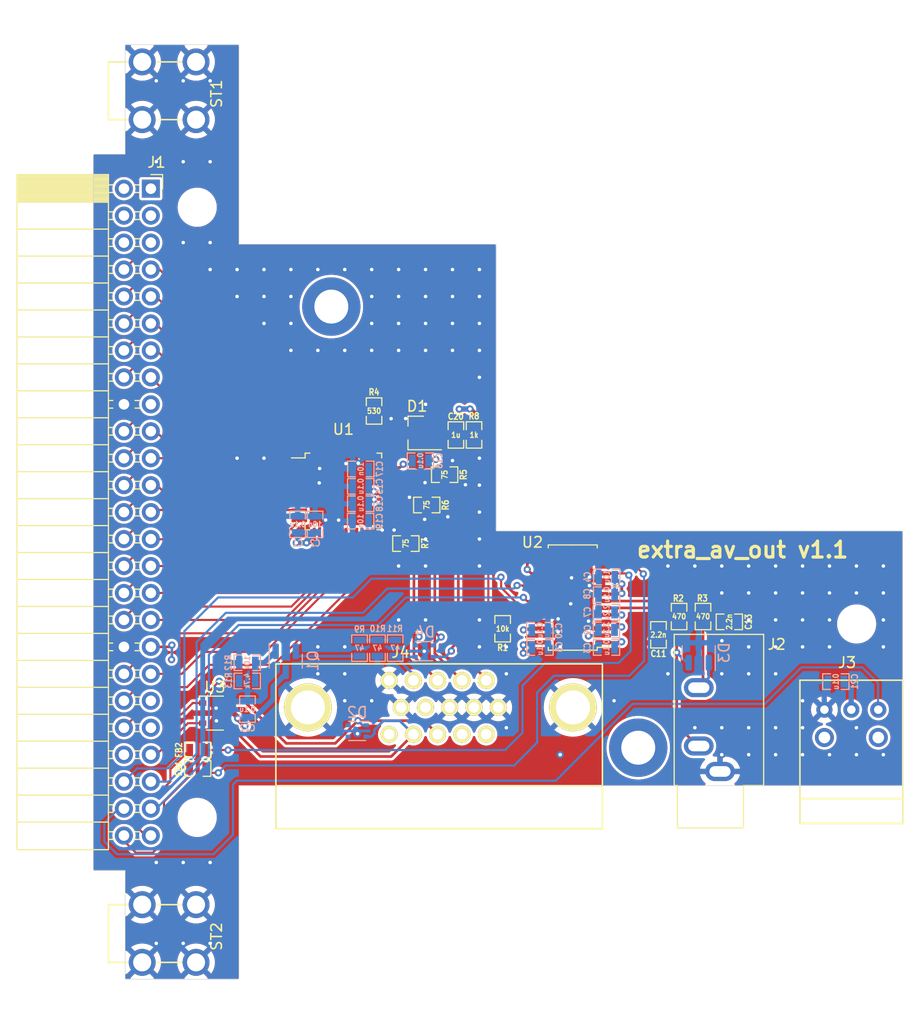
<source format=kicad_pcb>
(kicad_pcb (version 20221018) (generator pcbnew)
  (layers (0 "F.Cu" signal) (1 "In1.Cu" power) (2 "In2.Cu" power) (31 "B.Cu" signal) (34 "B.Paste" user) (35 "F.Paste" user) (36 "B.SilkS" user "B.Silkscreen") (37 "F.SilkS" user "F.Silkscreen") (38 "B.Mask" user) (39 "F.Mask" user) (44 "Edge.Cuts" user))
  (net 0 "")
  (net 1 "GND")
  (net 2 "/DVDD3v3")
  (net 3 "Net-(U2-VNEG)")
  (net 4 "Net-(U2-CAPP)")
  (net 5 "Net-(U2-CAPM)")
  (net 6 "Net-(U2-LDOO)")
  (net 7 "/AL_OUT")
  (net 8 "/AR_OUT")
  (net 9 "Net-(U1-COMP)")
  (net 10 "Net-(D1-K)")
  (net 11 "/DVDD5")
  (net 12 "/SCL")
  (net 13 "/SDA")
  (net 14 "/SPDIF")
  (net 15 "/I2S_DATA")
  (net 16 "/I2S_WS")
  (net 17 "/I2S_BCK")
  (net 18 "/AUDIO_MUTE_N")
  (net 19 "/VGA_VS")
  (net 20 "/VGA_HS")
  (net 21 "/VGA_CLK")
  (net 22 "/VGA_B7")
  (net 23 "/VGA_B6")
  (net 24 "/VGA_B5")
  (net 25 "/VGA_B4")
  (net 26 "/VGA_B3")
  (net 27 "/VGA_B2")
  (net 28 "/VGA_B1")
  (net 29 "/VGA_B0")
  (net 30 "/VGA_SOG")
  (net 31 "/VGA_BL_N")
  (net 32 "/VGA_G7")
  (net 33 "/VGA_G6")
  (net 34 "/VGA_G5")
  (net 35 "/VGA_G4")
  (net 36 "/VGA_G3")
  (net 37 "/VGA_G2")
  (net 38 "/VGA_G1")
  (net 39 "/VGA_G0")
  (net 40 "/VGA_R7")
  (net 41 "/VGA_R6")
  (net 42 "/VGA_R5")
  (net 43 "/VGA_R4")
  (net 44 "/VGA_R3")
  (net 45 "/VGA_R2")
  (net 46 "/VGA_R1")
  (net 47 "/VGA_R0")
  (net 48 "/VGA_PSAVE")
  (net 56 "/VGA_VS_TTL")
  (net 57 "/VGA_HS_TTL")
  (net 62 "/B_OUT")
  (net 63 "/VGA_CS_75")
  (net 67 "Net-(Q1-B)")
  (net 68 "Net-(Q1-E)")
  (net 69 "Net-(U2-OUTL)")
  (net 70 "Net-(U2-OUTR)")
  (net 71 "Net-(U1-RSET)")
  (net 72 "Net-(R10-Pad2)")
  (net 77 "/G_OUT")
  (net 78 "/R_OUT")
  (net 79 "/SCL_F")
  (net 80 "/SDA_F")
  (footprint "custom_components:SM0603_Capa_libcms" (layer "F.Cu") (at 96.81 69.292 90)
    (fp_text reference "C11")
    (fp_text value "2.2n")
  )
  (footprint "custom_components:SM0603_Capa_libcms" (layer "F.Cu") (at 103.49 68.07)
    (fp_text reference "C13")
    (fp_text value "2.2n")
  )
  (footprint "custom_components:SM0603_Capa_libcms" (layer "F.Cu") (at 77.7 50.46 90)
    (fp_text reference "C20")
    (fp_text value "1u")
  )
  (footprint "Package_TO_SOT_SMD:SOT-23_Handsoldering" (layer "F.Cu") (at 73.94 50.27 180)
    (fp_text reference "D1")
    (fp_text value "AD1580")
  )
  (footprint "Connector_PinSocket_2.54mm:PinSocket_2x25_P2.54mm_Horizontal" (layer "F.Cu") (at 48.92579 27.24871)
    (fp_text reference "J1")
    (fp_text value "Conn_02x25_Odd_Even")
  )
  (footprint "custom_components:EAPLRAA4" (layer "F.Cu") (at 115 76.345 180)
    (fp_text reference "J3")
    (fp_text value "PLT133/T10W")
  )
  (footprint "custom_components:VGA_CONN" (layer "F.Cu") (at 77.12 76.13)
    (fp_text reference "J4")
    (fp_text value "VGA")
  )
  (footprint "custom_components:SM0603_Resistor_libcms" (layer "F.Cu") (at 82.11 68.722 90)
    (fp_text reference "R1")
    (fp_text value "10k")
  )
  (footprint "custom_components:SM0603_Resistor_libcms" (layer "F.Cu") (at 98.75 67.568 90)
    (fp_text reference "R2")
    (fp_text value "470")
  )
  (footprint "custom_components:SM0603_Resistor_libcms" (layer "F.Cu") (at 101.01 67.568 90)
    (fp_text reference "R3")
    (fp_text value "470")
  )
  (footprint "custom_components:SM0603_Resistor_libcms" (layer "F.Cu") (at 69.98 48.2 -90)
    (fp_text reference "R4")
    (fp_text value "530")
  )
  (footprint "custom_components:SM0603_Resistor_libcms" (layer "F.Cu") (at 76.64 54.2 180)
    (fp_text reference "R5")
    (fp_text value "75")
  )
  (footprint "custom_components:SM0603_Resistor_libcms" (layer "F.Cu") (at 74.95 57.06)
    (fp_text reference "R6")
    (fp_text value "75")
  )
  (footprint "custom_components:SM0603_Resistor_libcms" (layer "F.Cu") (at 72.98 60.69)
    (fp_text reference "R7")
    (fp_text value "75")
  )
  (footprint "custom_components:SM0603_Resistor_libcms" (layer "F.Cu") (at 79.41 50.458 -90)
    (fp_text reference "R8")
    (fp_text value "1k")
  )
  (footprint "Package_QFP:LQFP-48_7x7mm_P0.5mm" (layer "F.Cu") (at 67.09 55.78)
    (fp_text reference "U1")
    (fp_text value "ADV7125KSTZ140")
  )
  (footprint "Package_SO:TSOP-6_1.65x3.05mm_P0.95mm" (layer "F.Cu") (at 54.97 76.67)
    (fp_text reference "U3")
    (fp_text value "74HCT2G17GW")
  )
  (footprint "custom_components:7773" (layer "F.Cu") (at 53.19 18.02 -90)
    (fp_text reference "ST1")
    (fp_text value "Screw_Terminal_01x01")
  )
  (footprint "custom_components:7773" (layer "F.Cu") (at 53.19 97.44 -90)
    (fp_text reference "ST2")
    (fp_text value "Screw_Terminal_01x01")
  )
  (footprint "Connector_Audio:Jack_3.5mm_CUI_SJ1-3533NG_Horizontal" (layer "F.Cu") (at 102.61 82.17 180)
    (fp_text reference "J2")
    (fp_text value "SJ1-3533NG")
  )
  (footprint "Package_SO:TSSOP-28_4.4x9.7mm_P0.65mm" (layer "F.Cu") (at 88.72 65.782 180)
    (fp_text reference "U2")
    (fp_text value "PCM5142PW")
  )
  (footprint "MountingHole:MountingHole_3.2mm_M3_ISO14580" (layer "F.Cu") (at 115.5 68.27)
    (fp_text reference "MH3" hide)
    (fp_text value "MountingHole")
  )
  (footprint "MountingHole:MountingHole_3.2mm_M3_ISO14580_Pad" (layer "F.Cu") (at 94.9 79.93)
    (fp_text reference "MH4" hide)
    (fp_text value "MountingHole")
  )
  (footprint "custom_components:SM0603_Resistor_libcms" (layer "F.Cu") (at 53.348 81.89)
    (fp_text reference "FB1")
    (fp_text value "MPZ1608S102ATA00" hide)
  )
  (footprint "MountingHole:MountingHole_3.2mm_M3_ISO14580" (layer "F.Cu") (at 53.3 86.5)
    (fp_text reference "MH2" hide)
    (fp_text value "MountingHole")
  )
  (footprint "MountingHole:MountingHole_3.2mm_M3_ISO14580" (layer "F.Cu") (at 53.3 29)
    (fp_text reference "MH1" hide)
    (fp_text value "MountingHole")
  )
  (footprint "custom_components:SM0603_Resistor_libcms" (layer "F.Cu") (at 53.348 80.15)
    (fp_text reference "FB2")
    (fp_text value "MPZ1608S102ATA00" hide)
  )
  (footprint "MountingHole:MountingHole_3.2mm_M3_ISO14580_Pad" (layer "F.Cu") (at 65.95 38.36)
    (fp_text reference "MH5" hide)
    (fp_text value "MountingHole")
  )
  (footprint "custom_components:SM0603_Capa_libcms" (layer "B.Cu") (at 62.78 58.88 90)
    (fp_text reference "C1")
    (fp_text value "0.1u")
  )
  (footprint "custom_components:SM0603_Capa_libcms" (layer "B.Cu") (at 64.42 58.88 90)
    (fp_text reference "C2")
    (fp_text value "10n")
  )
  (footprint "custom_components:SM0603_Capa_libcms" (layer "B.Cu") (at 91.908 70.48 180)
    (fp_text reference "C3")
    (fp_text value "0.1u")
  )
  (footprint "custom_components:SM0603_Capa_libcms" (layer "B.Cu") (at 91.928 63.84 180)
    (fp_text reference "C4")
    (fp_text value "10u")
  )
  (footprint "custom_components:SM0603_Capa_libcms" (layer "B.Cu") (at 85.632 70.48)
    (fp_text reference "C5")
    (fp_text value "0.1u")
  )
  (footprint "custom_components:SM0603_Capa_libcms" (layer "B.Cu") (at 91.912 67.18 180)
    (fp_text reference "C7")
    (fp_text value "2.2u")
  )
  (footprint "custom_components:SM0603_Capa_libcms" (layer "B.Cu") (at 91.918 65.51 180)
    (fp_text reference "C8")
    (fp_text value "0.1u")
  )
  (footprint "custom_components:SM0603_Capa_libcms" (layer "B.Cu") (at 91.902 68.83)
    (fp_text reference "C9")
    (fp_text value "2.2u")
  )
  (footprint "custom_components:SM0603_Capa_libcms" (layer "B.Cu") (at 85.622 68.86)
    (fp_text reference "C10")
    (fp_text value "0.1u")
  )
  (footprint "custom_components:SM0603_Capa_libcms" (layer "B.Cu") (at 68.72 55.3 180)
    (fp_text reference "C15")
    (fp_text value "0.1u")
  )
  (footprint "custom_components:SM0603_Capa_libcms" (layer "B.Cu") (at 74.35 52.89 180)
    (fp_text reference "C16")
    (fp_text value "0.1u")
  )
  (footprint "custom_components:SM0603_Capa_libcms" (layer "B.Cu") (at 68.73 53.66 180)
    (fp_text reference "C17")
    (fp_text value "10n")
  )
  (footprint "custom_components:SM0603_Capa_libcms" (layer "B.Cu") (at 68.72 56.94 180)
    (fp_text reference "C18")
    (fp_text value "0.1u")
  )
  (footprint "custom_components:SM0603_Capa_libcms" (layer "B.Cu") (at 68.71 58.58 180)
    (fp_text reference "C19")
    (fp_text value "10n")
  )
  (footprint "custom_components:SM0603_Capa_libcms" (layer "B.Cu") (at 113.54 73.7 180)
    (fp_text reference "C21")
    (fp_text value "0.1u")
  )
  (footprint "custom_components:SM0603_Capa_libcms" (layer "B.Cu") (at 58.04 76.3 90)
    (fp_text reference "C22")
    (fp_text value "0.1u")
  )
  (footprint "custom_components:SM0603_Resistor_libcms" (layer "B.Cu") (at 58.018 71.92)
    (fp_text reference "R12")
    (fp_text value "10k")
  )
  (footprint "Package_TO_SOT_SMD:SOT-665" (layer "B.Cu") (at 74.71 70.83)
    (fp_text reference "D4")
    (fp_text value "PESD5V0U4BW")
  )
  (footprint "custom_components:SM0603_Resistor_libcms" (layer "B.Cu") (at 70.3 70.544 90)
    (fp_text reference "R10")
    (fp_text value "47")
  )
  (footprint "Package_TO_SOT_SMD:SOT-23" (layer "B.Cu") (at 100.6 70.9775 90)
    (fp_text reference "D3")
    (fp_text value "PESD12VL2BT")
  )
  (footprint "custom_components:SM0603_Resistor_libcms" (layer "B.Cu") (at 68.61 70.548 -90)
    (fp_text reference "R9")
    (fp_text value "47")
  )
  (footprint "custom_components:SM0603_Resistor_libcms" (layer "B.Cu") (at 71.97 70.544 90)
    (fp_text reference "R11")
    (fp_text value "47")
  )
  (footprint "custom_components:SM0603_Resistor_libcms" (layer "B.Cu") (at 58.018 73.64 180)
    (fp_text reference "R13")
    (fp_text value "4.7k")
  )
  (footprint "Package_TO_SOT_SMD:SOT-23" (layer "B.Cu") (at 61.65 71.7775 -90)
    (fp_text reference "Q1")
    (fp_text value "BC847")
  )
  (footprint "Package_TO_SOT_SMD:SOT-665" (layer "B.Cu") (at 68.39 78.35 180)
    (fp_text reference "D2")
    (fp_text value "PESD5V0V4UW")
  )
  (gr_line (start 46.5 24) (end 43.5 24) (stroke (width 0.05)) (layer "Edge.Cuts"))
  (gr_line (start 46.5 91.5) (end 46.5 101.75) (stroke (width 0.05)) (layer "Edge.Cuts"))
  (gr_line (start 81.5 59.5) (end 81.5 32.48) (stroke (width 0.05)) (layer "Edge.Cuts"))
  (gr_line (start 46.5 13.67) (end 46.5 24) (stroke (width 0.05)) (layer "Edge.Cuts"))
  (gr_line (start 119.84 59.5) (end 81.5 59.5) (stroke (width 0.05)) (layer "Edge.Cuts"))
  (gr_line (start 57.24 83.5) (end 119.84 83.5) (stroke (width 0.05)) (layer "Edge.Cuts"))
  (gr_line (start 57.24 32.48) (end 57.24 13.67) (stroke (width 0.05)) (layer "Edge.Cuts"))
  (gr_line (start 43.5 91.5) (end 46.5 91.5) (stroke (width 0.05)) (layer "Edge.Cuts"))
  (gr_line (start 81.5 32.48) (end 57.24 32.48) (stroke (width 0.05)) (layer "Edge.Cuts"))
  (gr_line (start 57.24 13.67) (end 46.5 13.67) (stroke (width 0.05)) (layer "Edge.Cuts"))
  (gr_line (start 46.5 101.75) (end 57.24 101.75) (stroke (width 0.05)) (layer "Edge.Cuts"))
  (gr_line (start 57.24 101.75) (end 57.24 83.5) (stroke (width 0.05)) (layer "Edge.Cuts"))
  (gr_line (start 43.5 24) (end 43.5 91.5) (stroke (width 0.05)) (layer "Edge.Cuts"))
  (gr_line (start 119.84 83.5) (end 119.84 59.5) (stroke (width 0.05)) (layer "Edge.Cuts"))
  (gr_text "extra_av_out v1.1" (at 104.74 61.28) (layer "F.SilkS") (effects (font (size 1.5 1.5) (thickness 0.3))))
  (segment (start 70.14 57.73) (end 70.14 58.08) (width 0.25) (layer "F.Cu") (net 1))
  (segment (start 77.402 54.2) (end 77.402 52.892) (width 0.25) (layer "F.Cu") (net 1))
  (segment (start 87.22 64.482) (end 86.895 64.807) (width 0.25) (layer "F.Cu") (net 1))
  (segment (start 71.2525 57.53) (end 70.34 57.53) (width 0.25) (layer "F.Cu") (net 1))
  (segment (start 70.14 58.27) (end 70.4 58.53) (width 0.25) (layer "F.Cu") (net 1))
  (segment (start 65.42 58.48) (end 65.41 58.47) (width 0.25) (layer "F.Cu") (net 1))
  (segment (start 70.34 57.53) (end 70.14 57.73) (width 0.25) (layer "F.Cu") (net 1))
  (segment (start 73.585702 57.06) (end 74.188 57.06) (width 0.25) (layer "F.Cu") (net 1))
  (segment (start 64.84 59.04) (end 65.41 58.47) (width 0.25) (layer "F.Cu") (net 1))
  (segment (start 72.055702 55.53) (end 73.585702 57.06) (width 0.25) (layer "F.Cu") (net 1))
  (segment (start 64.36 53.47) (end 64.7 53.47) (width 0.25) (layer "F.Cu") (net 1))
  (segment (start 68.84 52.75) (end 68.48 53.11) (width 0.25) (layer "F.Cu") (net 1))
  (segment (start 66.64 58.48) (end 65.42 58.48) (width 0.25) (layer "F.Cu") (net 1))
  (segment (start 71.59 48.92) (end 71.59 47.68) (width 0.5) (layer "F.Cu") (net 1))
  (segment (start 71.2525 58.03) (end 70.19 58.03) (width 0.25) (layer "F.Cu") (net 1))
  (segment (start 65.34 59.9425) (end 65.34 58.54) (width 0.25) (layer "F.Cu") (net 1))
  (segment (start 86.895 64.807) (end 85.8575 64.807) (width 0.25) (layer "F.Cu") (net 1))
  (segment (start 71.2525 55.53) (end 72.055702 55.53) (width 0.25) (layer "F.Cu") (net 1))
  (segment (start 90.21 68.072) (end 90.21 68) (width 0.25) (layer "F.Cu") (net 1))
  (segment (start 87.22 63.352) (end 87.22 64.482) (width 0.25) (layer "F.Cu") (net 1))
  (segment (start 90.607179 64.807) (end 90.447 64.807) (width 0.25) (layer "F.Cu") (net 1))
  (segment (start 87.34 67.792) (end 86.955 67.407) (width 0.25) (layer "F.Cu") (net 1))
  (segment (start 86.955 67.407) (end 85.8575 67.407) (width 0.25) (layer "F.Cu") (net 1))
  (segment (start 82.237 69.357) (end 82.11 69.484) (width 0.2) (layer "F.Cu") (net 1))
  (segment (start 71.348 47.438) (end 69.98 47.438) (width 0.5) (layer "F.Cu") (net 1))
  (segment (start 75.44 49.32) (end 77.322 49.32) (width 0.5) (layer "F.Cu") (net 1))
  (segment (start 70.19 58.03) (end 70.19 58.86) (width 0.25) (layer "F.Cu") (net 1))
  (segment (start 86.725 62.857) (end 87.22 63.352) (width 0.25) (layer "F.Cu") (net 1))
  (segment (start 64.84 59.9425) (end 64.84 59.04) (width 0.25) (layer "F.Cu") (net 1))
  (segment (start 67.610702 53.15) (end 67.33 53.15) (width 0.25) (layer "F.Cu") (net 1))
  (segment (start 71.2525 54.55499) (end 74.39499 54.55499) (width 0.25) (layer "F.Cu") (net 1))
  (segment (start 71.2525 54.53) (end 71.2525 54.55499) (width 0.25) (layer "F.Cu") (net 1))
  (segment (start 62.9275 53.03) (end 64.11 53.03) (width 0.25) (layer "F.Cu") (net 1))
  (segment (start 74.84 49.32) (end 74.43 48.91) (width 0.5) (layer "F.Cu") (net 1))
  (segment (start 85.8575 62.857) (end 86.725 62.857) (width 0.25) (layer "F.Cu") (net 1))
  (segment (start 64.36 53.47) (end 64.3 53.53) (width 0.25) (layer "F.Cu") (net 1))
  (segment (start 90.23 63.92) (end 90.3 63.85) (width 0.25) (layer "F.Cu") (net 1))
  (segment (start 87.34 67.56) (end 88.53 66.37) (width 0.25) (layer "F.Cu") (net 1))
  (segment (start 71.87 59.42) (end 71.87 60.342) (width 0.25) (layer "F.Cu") (net 1))
  (segment (start 68.34 51.6175) (end 68.34 52.420702) (width 0.25) (layer "F.Cu") (net 1))
  (segment (start 68.34 52.420702) (end 67.610702 53.15) (width 0.25) (layer "F.Cu") (net 1))
  (segment (start 74.43 48.91) (end 72.96 48.91) (width 0.5) (layer "F.Cu") (net 1))
  (segment (start 70.14 58.08) (end 70.14 58.27) (width 0.25) (layer "F.Cu") (net 1))
  (segment (start 87.34 67.792) (end 87.34 67.56) (width 0.25) (layer "F.Cu") (net 1))
  (segment (start 70.4 58.53) (end 71.2525 58.53) (width 0.25) (layer "F.Cu") (net 1))
  (segment (start 91.5825 64.807) (end 90.607179 64.807) (width 0.25) (layer "F.Cu") (net 1))
  (segment (start 71.59 47.68) (end 71.348 47.438) (width 0.5) (layer "F.Cu") (net 1))
  (segment (start 71.87 60.342) (end 72.218 60.69) (width 0.25) (layer "F.Cu") (net 1))
  (segment (start 65.34 58.54) (end 65.41 58.47) (width 0.25) (layer "F.Cu") (net 1))
  (segment (start 87.005 69.357) (end 87.34 69.022) (width 0.25) (layer "F.Cu") (net 1))
  (segment (start 104.252 68.388) (end 104.252 68.07) (width 0.25) (layer "F.Cu") (net 1))
  (segment (start 91.5825 64.157) (end 90.607 64.157) (width 0.25) (layer "F.Cu") (net 1))
  (segment (start 64.36 53.28) (end 64.36 53.47) (width 0.25) (layer "F.Cu") (net 1))
  (segment (start 90.845 68.707) (end 90.21 68.072) (width 0.25) (layer "F.Cu") (net 1))
  (segment (start 54.61 76.67) (end 55.08 76.2) (width 0.5) (layer "F.Cu") (net 1))
  (segment (start 91.5825 68.707) (end 90.845 68.707) (width 0.25) (layer "F.Cu") (net 1))
  (segment (start 74.39499 54.55499) (end 74.79 54.95) (width 0.25) (layer "F.Cu") (net 1))
  (segment (start 77.322 49.32) (end 77.7 49.698) (width 0.5) (layer "F.Cu") (net 1))
  (segment (start 74.05 57.06) (end 73.32 56.33) (width 0.25) (layer "F.Cu") (net 1))
  (segment (start 77.402 52.892) (end 77.38 52.87) (width 0.25) (layer "F.Cu") (net 1))
  (segment (start 64.3 53.53) (end 62.9275 53.53) (width 0.25) (layer "F.Cu") (net 1))
  (segment (start 70.19 58.86) (end 70.75 59.42) (width 0.25) (layer "F.Cu") (net 1))
  (segment (start 102.79 69.85) (end 104.252 68.388) (width 0.25) (layer "F.Cu") (net 1))
  (segment (start 90.447 64.807) (end 90.29 64.65) (width 0.25) (layer "F.Cu") (net 1))
  (segment (start 64.7 53.47) (end 64.85 53.62) (width 0.25) (layer "F.Cu") (net 1))
  (segment (start 70.19 58.03) (end 70.14 58.08) (width 0.25) (layer "F.Cu") (net 1))
  (segment (start 74.188 57.06) (end 74.05 57.06) (width 0.25) (layer "F.Cu") (net 1))
  (segment (start 75.44 49.32) (end 74.84 49.32) (width 0.5) (layer "F.Cu") (net 1))
  (segment (start 64.11 53.03) (end 64.36 53.28) (width 0.25) (layer "F.Cu") (net 1))
  (segment (start 68.84 51.6175) (end 68.84 52.75) (width 0.25) (layer "F.Cu") (net 1))
  (segment (start 90.607 64.157) (end 90.3 63.85) (width 0.25) (layer "F.Cu") (net 1))
  (segment (start 53.81 76.67) (end 54.61 76.67) (width 0.5) (layer "F.Cu") (net 1))
  (segment (start 88.61 63.92) (end 90.23 63.92) (width 0.25) (layer "F.Cu") (net 1))
  (segment (start 85.8575 69.357) (end 87.005 69.357) (width 0.25) (layer "F.Cu") (net 1))
  (via (at 49.438408 98.366427) (size 0.686) (drill 0.33) (layers "F.Cu" "B.Cu") (net 1))
  (via (at 74.838408 47.566427) (size 0.686) (drill 0.33) (layers "F.Cu" "B.Cu") (net 1))
  (via (at 74.75 58.41) (size 0.686) (drill 0.33) (layers "F.Cu" "B.Cu") (net 1))
  (via (at 62.138408 37.406427) (size 0.686) (drill 0.33) (layers "F.Cu" "B.Cu") (net 1))
  (via (at 88.61 63.92) (size 0.686) (drill 0.33) (layers "F.Cu" "B.Cu") (net 1))
  (via (at 90.3 63.85) (size 0.686) (drill 0.33) (layers "F.Cu" "B.Cu") (net 1))
  (via (at 68.48 53.11) (size 0.686) (drill 0.33) (layers "F.Cu" "B.Cu") (net 1))
  (via (at 79.918408 55.186427) (size 0.686) (drill 0.33) (layers "F.Cu" "B.Cu") (net 1))
  (via (at 90.21 68) (size 0.686) (drill 0.33) (layers "F.Cu" "B.Cu") (net 1))
  (via (at 59.598408 34.866427) (size 0.686) (drill 0.33) (layers "F.Cu" "B.Cu") (net 1))
  (via (at 74.838408 60.266427) (size 0.686) (drill 0.33) (layers "F.Cu" "B.Cu") (net 1))
  (via (at 72.96 48.91) (size 0.686) (drill 0.33) (layers "F.Cu" "B.Cu") (net 1))
  (via (at 110.398408 62.806427) (size 0.686) (drill 0.33) (layers "F.Cu" "B.Cu") (net 1))
  (via (at 72.298408 42.486427) (size 0.686) (drill 0.33) (layers "F.Cu" "B.Cu") (net 1))
  (via (at 54.518408 98.366427) (size 0.686) (drill 0.33) (layers "F.Cu" "B.Cu") (net 1))
  (via (at 64.81 54.98) (size 0.686) (drill 0.33) (layers "F.Cu" "B.Cu") (net 1))
  (via (at 107.858408 80.586427) (size 0.686) (drill 0.33) (layers "F.Cu" "B.Cu") (net 1))
  (via (at 74.838408 39.946427) (size 0.686) (drill 0.33) (layers "F.Cu" "B.Cu") (net 1))
  (via (at 105.318408 67.886427) (size 0.686) (drill 0.33) (layers "F.Cu" "B.Cu") (net 1))
  (via (at 115.478408 80.586427) (size 0.686) (drill 0.33) (layers "F.Cu" "B.Cu") (net 1))
  (via (at 72.298408 37.406427) (size 0.686) (drill 0.33) (layers "F.Cu" "B.Cu") (net 1))
  (via (at 55.08 76.2) (size 0.686) (drill 0.33) (layers "F.Cu" "B.Cu") (net 1))
  (via (at 69.758408 34.866427) (size 0.686) (drill 0.33) (layers "F.Cu" "B.Cu") (net 1))
  (via (at 54.518408 90.746427) (size 0.686) (drill 0.33) (layers "F.Cu" "B.Cu") (net 1))
  (via (at 54.518408 17.086427) (size 0.686) (drill 0.33) (layers "F.Cu" "B.Cu") (net 1))
  (via (at 72.298408 62.806427) (size 0.686) (drill 0.33) (layers "F.Cu" "B.Cu") (net 1))
  (via (at 72.298408 39.946427) (size 0.686) (drill 0.33) (layers "F.Cu" "B.Cu") (net 1))
  (via (at 79.918408 42.486427) (size 0.686) (drill 0.33) (layers "F.Cu" "B.Cu") (net 1))
  (via (at 49.438408 24.706427) (size 0.686) (drill 0.33) (layers "F.Cu" "B.Cu") (net 1))
  (via (at 74.838408 37.406427) (size 0.686) (drill 0.33) (layers "F.Cu" "B.Cu") (net 1))
  (via (at 72.298408 34.866427) (size 0.686) (drill 0.33) (layers "F.Cu" "B.Cu") (net 1))
  (via (at 69.758408 39.946427) (size 0.686) (drill 0.33) (layers "F.Cu" "B.Cu") (net 1))
  (via (at 97.698408 72.966427) (size 0.686) (drill 0.33) (layers "F.Cu" "B.Cu") (net 1))
  (via (at 64.678408 72.966427) (size 0.686) (drill 0.33) (layers "F.Cu" "B.Cu") (net 1))
  (via (at 102.778408 65.346427) (size 0.686) (drill 0.33) (layers "F.Cu" "B.Cu") (net 1))
  (via (at 57.058408 52.646427) (size 0.686) (drill 0.33) (layers "F.Cu" "B.Cu") (net 1))
  (via (at 69.758408 42.486427) (size 0.686) (drill 0.33) (layers "F.Cu" "B.Cu") (net 1))
  (via (at 97.698408 62.806427) (size 0.686) (drill 0.33) (layers "F.Cu" "B.Cu") (net 1))
  (via (at 51.978408 98.366427) (size 0.686) (drill 0.33) (layers "F.Cu" "B.Cu") (net 1))
  (via (at 51.978408 90.746427) (size 0.686) (drill 0.33) (layers "F.Cu" "B.Cu") (net 1))
  (via (at 102.778408 62.806427) (size 0.686) (drill 0.33) (layers "F.Cu" "B.Cu") (net 1))
  (via (at 71.87 59.42) (size 0.686) (drill 0.33) (layers "F.Cu" "B.Cu") (net 1))
  (via (at 79.918408 60.266427) (size 0.686) (drill 0.33) (layers "F.Cu" "B.Cu") (net 1))
  (via (at 110.398408 75.506427) (size 0.686) (drill 0.33) (layers "F.Cu" "B.Cu") (net 1))
  (via (at 70.75 59.42) (size 0.686) (drill 0.33) (layers "F.Cu" "B.Cu") (net 1))
  (via (at 69.758408 75.506427) (size 0.686) (drill 0.33) (layers "F.Cu" "B.Cu") (net 1))
  (via (at 67.33 53.15) (size 0.686) (drill 0.33) (layers "F.Cu" "B.Cu") (net 1))
  (via (at 112.938408 65.346427) (size 0.686) (drill 0.33) (layers "F.Cu" "B.Cu") (net 1))
  (via (at 87.34 67.792) (size 0.686) (drill 0.33) (layers "F.Cu" "B.Cu") (net 1))
  (via (at 112.938408 62.806427) (size 0.686) (drill 0.33) (layers "F.Cu" "B.Cu") (net 1))
  (via (at 87.538408 70.426427) (size 0.686) (drill 0.33) (layers "F.Cu" "B.Cu") (net 1))
  (via (at 118.018408 67.886427) (size 0.686) (drill 0.33) (layers "F.Cu" "B.Cu") (net 1))
  (via (at 74.838408 67.886427) (size 0.686) (drill 0.33) (layers "F.Cu" "B.Cu") (net 1))
  (via (at 57.058408 34.866427) (size 0.686) (drill 0.33) (layers "F.Cu" "B.Cu") (net 1))
  (via (at 62.138408 42.486427) (size 0.686) (drill 0.33) (layers "F.Cu" "B.Cu") (net 1))
  (via (at 72.298408 67.886427) (size 0.686) (drill 0.33) (layers "F.Cu" "B.Cu") (net 1))
  (via (at 76.94 58.17) (size 0.686) (drill 0.33) (layers "F.Cu" "B.Cu") (net 1))
  (via (at 64.678408 34.866427) (size 0.686) (drill 0.33) (layers "F.Cu" "B.Cu") (net 1))
  (via (at 71.59 48.92) (size 0.686) (drill 0.33) (layers "F.Cu" "B.Cu") (net 1))
  (via (at 105.318408 80.586427) (size 0.686) (drill 0.33) (layers "F.Cu" "B.Cu") (net 1))
  (via (at 73.32 56.33) (size 0.686) (drill 0.33) (layers "F.Cu" "B.Cu") (net 1))
  (via (at 51.978408 17.086427) (size 0.686) (drill 0.33) (layers "F.Cu" "B.Cu") (net 1))
  (via (at 74.838408 62.806427) (size 0.686) (drill 0.33) (layers "F.Cu" "B.Cu") (net 1))
  (via (at 49.438408 90.746427) (size 0.686) (drill 0.33) (layers "F.Cu" "B.Cu") (net 1))
  (via (at 90.29 64.65) (size 0.686) (drill 0.33) (layers "F.Cu" "B.Cu") (net 1))
  (via (at 87.34 69.022) (size 0.686) (drill 0.33) (layers "F.Cu" "B.Cu") (net 1))
  (via (at 54.518408 24.706427) (size 0.686) (drill 0.33) (layers "F.Cu" "B.Cu") (net 1))
  (via (at 67.218408 75.506427) (size 0.686) (drill 0.33) (layers "F.Cu" "B.Cu") (net 1))
  (via (at 112.938408 80.586427) (size 0.686) (drill 0.33) (layers "F.Cu" "B.Cu") (net 1))
  (via (at 110.398408 70.426427) (size 0.686) (drill 0.33) (layers "F.Cu" "B.Cu") (net 1))
  (via (at 59.598408 39.946427) (size 0.686) (drill 0.33) (layers "F.Cu" "B.Cu") (net 1))
  (via (at 110.398408 67.886427) (size 0.686) (drill 0.33) (layers "F.Cu" "B.Cu") (net 1))
  (via (at 88.53 66.37) (size 0.686) (drill 0.33) (layers "F.Cu" "B.Cu") (net 1))
  (via (at 79.918408 39.946427) (size 0.686) (drill 0.33) (layers "F.Cu" "B.Cu") (net 1))
  (via (at 118.018408 80.586427) (size 0.686) (drill 0.33) (layers "F.Cu" "B.Cu") (net 1))
  (via (at 115.478408 65.346427) (size 0.686) (drill 0.33) (layers "F.Cu" "B.Cu") (net 1))
  (via (at 118.018408 62.806427) (size 0.686) (drill 0.33) (layers "F.Cu" "B.Cu") (net 1))
  (via (at 77.378408 37.406427) (size 0.686) (drill 0.33) (layers "F.Cu" "B.Cu") (net 1))
  (via (at 105.318408 70.426427) (size 0.686) (drill 0.33) (layers "F.Cu" "B.Cu") (net 1))
  (via (at 62.138408 34.866427) (size 0.686) (drill 0.33) (layers "F.Cu" "B.Cu") (net 1))
  (via (at 79.918408 34.866427) (size 0.686) (drill 0.33) (layers "F.Cu" "B.Cu") (net 1))
  (via (at 66.64 58.48) (size 0.686) (drill 0.33) (layers "F.Cu" "B.Cu") (net 1))
  (via (at 107.858408 70.426427) (size 0.686) (drill 0.33) (layers "F.Cu" "B.Cu") (net 1))
  (via (at 79.918408 70.426427) (size 0.686) (drill 0.33) (layers "F.Cu" "B.Cu") (net 1))
  (via (at 110.398408 80.586427) (size 0.686) (drill 0.33) (layers "F.Cu" "B.Cu") (net 1))
  (via (at 54.518408 32.326427) (size 0.686) (drill 0.33) (layers "F.Cu" "B.Cu") (net 1))
  (via (at 49.438408 17.086427) (size 0.686) (drill 0.33) (layers "F.Cu" "B.Cu") (net 1))
  (via (at 79.918408 37.406427) (size 0.686) (drill 0.33) (layers "F.Cu" "B.Cu") (net 1))
  (via (at 51.978408 32.326427) (size 0.686) (drill 0.33) (layers "F.Cu" "B.Cu") (net 1))
  (via (at 67.218408 70.426427) (size 0.686) (drill 0.33) (layers "F.Cu" "B.Cu") (net 1))
  (via (at 105.318408 78.046427) (size 0.686) (drill 0.33) (layers "F.Cu" "B.Cu") (net 1))
  (via (at 64.678408 70.426427) (size 0.686) (drill 0.33) (layers "F.Cu" "B.Cu") (net 1))
  (via (at 118.018408 70.426427) (size 0.686) (drill 0.33) (layers "F.Cu" "B.Cu") (net 1))
  (via (at 107.858408 67.886427) (size 0.686) (drill 0.33) (layers "F.Cu" "B.Cu") (net 1))
  (via (at 105.318408 62.806427) (size 0.686) (drill 0.33) (layers "F.Cu" "B.Cu") (net 1))
  (via (at 115.478408 62.806427) (size 0.686) (drill 0.33) (layers "F.Cu" "B.Cu") (net 1))
  (via (at 74.838408 34.866427) (size 0.686) (drill 0.33) (layers "F.Cu" "B.Cu") (net 1))
  (via (at 74.838408 42.486427) (size 0.686) (drill 0.33) (layers "F.Cu" "B.Cu") (net 1))
  (via (at 110.398408 78.046427) (size 0.686) (drill 0.33) (layers "F.Cu" "B.Cu") (net 1))
  (via (at 112.938408 70.426427) (size 0.686) (drill 0.33) (layers "F.Cu" "B.Cu") (net 1))
  (via (at 79.918408 52.646427) (size 0.686) (drill 0.33) (layers "F.Cu" "B.Cu") (net 1))
  (via (at 82.458408 78.046427) (size 0.686) (drill 0.33) (layers "F.Cu" "B.Cu") (net 1))
  (via (at 79.918408 57.726427) (size 0.686) (drill 0.33) (layers "F.Cu" "B.Cu") (net 1))
  (via (at 110.398408 65.346427) (size 0.686) (drill 0.33) (layers "F.Cu" "B.Cu") (net 1))
  (via (at 82.458408 72.966427) (size 0.686) (drill 0.33) (layers "F.Cu" "B.Cu") (net 1))
  (via (at 67.218408 42.486427) (size 0.686) (drill 0.33) (layers "F.Cu" "B.Cu") (net 1))
  (via (at 59.598408 37.406427) (size 0.686) (drill 0.33) (layers "F.Cu" "B.Cu") (net 1))
  (via (at 54.518408 34.866427) (size 0.686) (drill 0.33) (layers "F.Cu" "B.Cu") (net 1))
  (via (at 100.238408 62.806427) (size 0.686) (drill 0.33) (layers "F.Cu" "B.Cu") (net 1))
  (via (at 105.318408 65.346427) (size 0.686) (drill 0.33) (layers "F.Cu" "B.Cu") (net 1))
  (via (at 107.858408 65.346427) (size 0.686) (drill 0.33) (layers "F.Cu" "B.Cu") (net 1))
  (via (at 59.598408 52.646427) (size 0.686) (drill 0.33) (layers "F.Cu" "B.Cu") (net 1))
  (via (at 79.918408 62.806427) (size 0.686) (drill 0.33) (layers "F.Cu" "B.Cu") (net 1))
  (via (at 107.858408 78.046427) (size 0.686) (drill 0.33) (layers "F.Cu" "B.Cu") (net 1))
  (via (at 62.138408 39.946427) (size 0.686) (drill 0.33) (layers "F.Cu" "B.Cu") (net 1))
  (via (at 69.758408 37.406427) (size 0.686) (drill 0.33) (layers "F.Cu" "B.Cu") (net 1))
  (via (at 78.6 55.15) (size 0.686) (drill 0.33) (layers "F.Cu" "B.Cu") (net 1))
  (via (at 102.79 69.85) (size 0.686) (drill 0.33) (layers "F.Cu" "B.Cu") (net 1))
  (via (at 118.018408 65.346427) (size 0.686) (drill 0.33) (layers "F.Cu" "B.Cu") (net 1))
  (via (at 105.318408 72.966427) (size 0.686) (drill 0.33) (layers "F.Cu" "B.Cu") (net 1))
  (via (at 77.378408 39.946427) (size 0.686) (drill 0.33) (layers "F.Cu" "B.Cu") (net 1))
  (via (at 55.11 77.4) (size 0.686) (drill 0.33) (layers "F.Cu" "B.Cu") (net 1))
  (via (at 115.478408 78.046427) (size 0.686) (drill 0.33) (layers "F.Cu" "B.Cu") (net 1))
  (via (at 102.778408 78.046427) (size 0.686) (drill 0.33) (layers "F.Cu" "B.Cu") (net 1))
  (via (at 102.778408 80.586427) (size 0.686) (drill 0.33) (layers "F.Cu" "B.Cu") (net 1))
  (via (at 79.918408 67.886427) (size 0.686) (drill 0.33) (layers "F.Cu" "B.Cu") (net 1))
  (via (at 51.978408 24.706427) (size 0.686) (drill 0.33) (layers "F.Cu" "B.Cu") (net 1))
  (via (at 112.938408 67.886427) (size 0.686) (drill 0.33) (layers "F.Cu" "B.Cu") (net 1))
  (via (at 102.778408 72.966427) (size 0.686) (drill 0.33) (layers "F.Cu" "B.Cu") (net 1))
  (via (at 74.72 70.84) (size 0.686) (drill 0.33) (layers "F.Cu" "B.Cu") (net 1))
  (via (at 100.238408 78.046427) (size 0.686) (drill 0.33) (layers "F.Cu" "B.Cu") (net 1))
  (via (at 107.858408 62.806427) (size 0.686) (drill 0.33) (layers "F.Cu" "B.Cu") (net 1))
  (via (at 67.218408 34.866427) (size 0.686) (drill 0.33) (layers "F.Cu" "B.Cu") (net 1))
  (via (at 77.38 52.87) (size 0.686) (drill 0.33) (layers "F.Cu" "B.Cu") (net 1))
  (via (at 57.058408 37.406427) (size 0.686) (drill 0.33) (layers "F.Cu" "B.Cu") (net 1))
  (via (at 77.378408 34.866427) (size 0.686) (drill 0.33) (layers "F.Cu" "B.Cu") (net 1))
  (via (at 65.41 58.47) (size 0.686) (drill 0.33) (layers "F.Cu" "B.Cu") (net 1))
  (via (at 77.378408 42.486427) (size 0.686) (drill 0.33) (layers "F.Cu" "B.Cu") (net 1))
  (via (at 79.918408 45.026427) (size 0.686) (drill 0.33) (layers "F.Cu" "B.Cu") (net 1))
  (via (at 64.85 53.62) (size 0.686) (drill 0.33) (layers "F.Cu" "B.Cu") (net 1))
  (via (at 74.79 54.95) (size 0.686) (drill 0.33) (layers "F.Cu" "B.Cu") (net 1))
  (via (at 87.538408 80.586427) (size 0.686) (drill 0.33) (layers "F.Cu" "B.Cu") (net 1))
  (via (at 67.218408 72.966427) (size 0.686) (drill 0.33) (layers "F.Cu" "B.Cu") (net 1))
  (via (at 64.678408 42.486427) (size 0.686) (drill 0.33) (layers "F.Cu" "B.Cu") (net 1))
  (via (at 68.42 78.61) (size 0.686) (drill 0.33) (layers "F.Cu" "B.Cu") (net 1))
  (via (at 82.458408 70.426427) (size 0.686) (drill 0.33) (layers "F.Cu" "B.Cu") (net 1))
  (via (at 107.858408 72.966427) (size 0.686) (drill 0.33) (layers "F.Cu" "B.Cu") (net 1))
  (via (at 92.618408 75.506427) (size 0.686) (drill 0.33) (layers "F.Cu" "B.Cu") (net 1))
  (segment (start 91.156 63.85) (end 91.166 63.84) (width 0.25) (layer "B.Cu") (net 1))
  (segment (start 68.48 53.11) (end 68.48 53.148) (width 0.25) (layer "B.Cu") (net 1))
  (segment (start 90.33 68) (end 91.15 67.18) (width 0.25) (layer "B.Cu") (net 1))
  (segment (start 68.68 78.35) (end 68.42 78.61) (width 0.25) (layer "B.Cu") (net 1))
  (segment (start 64.85 53.62) (end 64.85 54.94) (width 0.25) (layer "B.Cu") (net 1))
  (segment (start 86.394 68.87) (end 86.384 68.86) (width 0.5) (layer "B.Cu") (net 1))
  (segment (start 112.44 74.038) (end 112.778 73.7) (width 0.5) (layer "B.Cu") (net 1))
  (segment (start 102.6 70.04) (end 102.79 69.85) (width 0.25) (layer "B.Cu") (net 1))
  (segment (start 63.74 76.13) (end 65.96 78.35) (width 0.25) (layer "B.Cu") (net 1))
  (segment (start 67.33 53.15) (end 67.458 53.15) (width 0.25) (layer "B.Cu") (net 1))
  (segment (start 100.6 70.04) (end 102.6 70.04) (width 0.25) (layer "B.Cu") (net 1))
  (segment (start 74.71 70.83) (end 74.72 70.84) (width 0.25) (layer "B.Cu") (net 1))
  (segment (start 77.38 52.87) (end 78.6 54.09) (width 0.25) (layer "B.Cu") (net 1))
  (segment (start 64.42 58.118) (end 62.78 58.118) (width 0.25) (layer "B.Cu") (net 1))
  (segment (start 68.48 53.148) (end 67.968 53.66) (width 0.25) (layer "B.Cu") (net 1))
  (segment (start 88.53 64) (end 88.61 63.92) (width 0.25) (layer "B.Cu") (net 1))
  (segment (start 68.16 78.35) (end 68.42 78.61) (width 0.25) (layer "B.Cu") (net 1))
  (segment (start 74.79 54.95) (end 76.94 57.1) (width 0.25) (layer "B.Cu") (net 1))
  (segment (start 73.32 56.98) (end 74.75 58.41) (width 0.25) (layer "B.Cu") (net 1))
  (segment (start 89.29 68.92) (end 90.21 68) (width 0.25) (layer "B.Cu") (net 1))
  (segment (start 90.21 68) (end 90.33 68) (width 0.25) (layer "B.Cu") (net 1))
  (segment (start 112.44 76.1) (end 112.44 74.038) (width 0.5) (layer "B.Cu") (net 1))
  (segment (start 87.34 69.022) (end 87.34 67.792) (width 0.25) (layer "B.Cu") (net 1))
  (segment (start 90.29 64.65) (end 90.296 64.65) (width 0.25) (layer "B.Cu") (net 1))
  (segment (start 72.96 48.91) (end 71.6 48.91) (width 0.5) (layer "B.Cu") (net 1))
  (segment (start 91.146 70.48) (end 89.82 70.48) (width 0.25) (layer "B.Cu") (net 1))
  (segment (start 78.6 54.09) (end 78.6 55.15) (width 0.25) (layer "B.Cu") (net 1))
  (segment (start 71.6 48.91) (end 71.59 48.92) (width 0.5) (layer "B.Cu") (net 1))
  (segment (start 91.156 65.51) (end 91.156 63.85) (width 0.25) (layer "B.Cu") (net 1))
  (segment (start 73.32 56.33) (end 73.32 56.98) (width 0.25) (layer "B.Cu") (net 1))
  (segment (start 73.78 70.83) (end 74.71 70.83) (width 0.25) (layer "B.Cu") (net 1))
  (segment (start 90.3 63.85) (end 91.156 63.85) (width 0.25) (layer "B.Cu") (net 1))
  (segment (start 69.32 78.35) (end 68.68 78.35) (width 0.25) (layer "B.Cu") (net 1))
  (segment (start 86.394 70.48) (end 86.394 68.87) (width 0.5) (layer "B.Cu") (net 1))
  (segment (start 89.82 70.48) (end 89.29 69.95) (width 0.25) (layer "B.Cu") (net 1))
  (segment (start 76.94 57.1) (end 76.94 58.17) (width 0.25) (layer "B.Cu") (net 1))
  (segment (start 70.75 59.42) (end 71.87 59.42) (width 0.25) (layer "B.Cu") (net 1))
  (segment (start 70.3 72.49) (end 71.4 73.59) (width 0.5) (layer "B.Cu") (net 1))
  (segment (start 55.08 77.37) (end 55.11 77.4) (width 0.5) (layer "B.Cu") (net 1))
  (segment (start 67.458 53.15) (end 67.968 53.66) (width 0.25) (layer "B.Cu") (net 1))
  (segment (start 65.96 78.35) (end 68.16 78.35) (width 0.25) (layer "B.Cu") (net 1))
  (segment (start 70.3 71.306) (end 70.3 72.49) (width 0.5) (layer "B.Cu") (net 1))
  (segment (start 89.29 69.95) (end 89.29 68.92) (width 0.25) (layer "B.Cu") (net 1))
  (segment (start 90.296 64.65) (end 91.156 65.51) (width 0.25) (layer "B.Cu") (net 1))
  (segment (start 55.08 76.2) (end 55.08 77.37) (width 0.5) (layer "B.Cu") (net 1))
  (segment (start 64.85 54.94) (end 64.81 54.98) (width 0.25) (layer "B.Cu") (net 1))
  (segment (start 88.53 66.37) (end 88.53 64) (width 0.25) (layer "B.Cu") (net 1))
  (segment (start 48.92579 70.42871) (end 50.74129 70.42871) (width 0.25) (layer "F.Cu") (net 2))
  (segment (start 84.07 71.01) (end 84.06 71.02) (width 0.25) (layer "F.Cu") (net 2))
  (segment (start 71.2525 56.53) (end 69.98 56.53) (width 0.25) (layer "F.Cu") (net 2))
  (segment (start 93.283 65.457) (end 93.35 65.39) (width 0.25) (layer "F.Cu") (net 2))
  (segment (start 84.43 62.622) (end 84.43 63.132) (width 0.25) (layer "F.Cu") (net 2))
  (segment (start 85.8575 70.007) (end 84.313 70.007) (width 0.25) (layer "F.Cu") (net 2))
  (segment (start 84.805 63.507) (end 84.43 63.132) (width 0.25) (layer "F.Cu") (net 2))
  (segment (start 64.34 59.9425) (end 64.34 60.33) (width 0.2) (layer "F.Cu") (net 2))
  (segment (start 50.74129 70.42871) (end 50.91 70.26) (width 0.25) (layer "F.Cu") (net 2))
  (segment (start 93.35 65.39) (end 93.35 64.5) (width 0.25) (layer "F.Cu") (net 2))
  (segment (start 84.313 70.007) (end 84.07 70.25) (width 0.25) (layer "F.Cu") (net 2))
  (segment (start 85.8575 62.207) (end 84.845 62.207) (width 0.25) (layer "F.Cu") (net 2))
  (segment (start 91.5825 65.457) (end 93.283 65.457) (width 0.25) (layer "F.Cu") (net 2))
  (segment (start 64.34 60.33) (end 64.01 60.66) (width 0.2) (layer "F.Cu") (net 2))
  (segment (start 79.41 49.696) (end 79.41 48.39) (width 0.5) (layer "F.Cu") (net 2))
  (segment (start 84.845 62.207) (end 84.43 62.622) (width 0.25) (layer "F.Cu") (net 2))
  (segment (start 91.5825 70.007) (end 93.273 70.007) (width 0.25) (layer "F.Cu") (net 2))
  (segment (start 70.2 56.03) (end 69.96 55.79) (width 0.25) (layer "F.Cu") (net 2))
  (segment (start 91.5825 70.007) (end 91.5825 70.0095) (width 0.25) (layer "F.Cu") (net 2))
  (segment (start 91.5275 65.512) (end 91.5825 65.457) (width 0.25) (layer "F.Cu") (net 2))
  (segment (start 85.8575 63.507) (end 84.805 63.507) (width 0.25) (layer "F.Cu") (net 2))
  (segment (start 93.273 70.007) (end 93.33 69.95) (width 0.25) (layer "F.Cu") (net 2))
  (segment (start 64.01 60.66) (end 63.65 60.66) (width 0.2) (layer "F.Cu") (net 2))
  (segment (start 63.65 60.66) (end 63.61 60.62) (width 0.2) (layer "F.Cu") (net 2))
  (segment (start 71.2525 56.03) (end 70.2 56.03) (width 0.25) (layer "F.Cu") (net 2))
  (segment (start 79.41 48.39) (end 79.03 48.01) (width 0.5) (layer "F.Cu") (net 2))
  (segment (start 69.98 56.53) (end 69.97 56.54) (width 0.25) (layer "F.Cu") (net 2))
  (segment (start 84.07 70.25) (end 84.07 71.01) (width 0.25) (layer "F.Cu") (net 2))
  (via (at 93.33 69.95) (size 0.686) (drill 0.33) (layers "F.Cu" "B.Cu") (net 2))
  (via (at 84.43 63.132) (size 0.686) (drill 0.33) (layers "F.Cu" "B.Cu") (net 2))
  (via (at 93.35 64.5) (size 0.686) (drill 0.33) (layers "F.Cu" "B.Cu") (net 2))
  (via (at 50.91 70.26) (size 0.686) (drill 0.33) (layers "F.Cu" "B.Cu") (net 2))
  (via (at 93.35 65.39) (size 0.686) (drill 0.33) (layers "F.Cu" "B.Cu") (net 2))
  (via (at 69.97 56.54) (size 0.686) (drill 0.33) (layers "F.Cu" "B.Cu") (net 2))
  (via (at 50.88 71.63) (size 0.686) (drill 0.33) (layers "F.Cu" "B.Cu") (net 2))
  (via (at 69.96 55.79) (size 0.686) (drill 0.33) (layers "F.Cu" "B.Cu") (net 2))
  (via (at 79.03 48.01) (size 0.686) (drill 0.33) (layers "F.Cu" "B.Cu") (net 2))
  (via (at 63.61 60.62) (size 0.686) (drill 0.33) (layers "F.Cu" "B.Cu") (net 2))
  (via (at 62.65 60.62) (size 0.686) (drill 0.33) (layers "F.Cu" "B.Cu") (net 2))
  (via (at 84.07 70.25) (size 0.686) (drill 0.33) (layers "F.Cu" "B.Cu") (net 2))
  (via (at 78.02 48.02) (size 0.686) (drill 0.33) (layers "F.Cu" "B.Cu") (net 2))
  (via (at 84.06 71.02) (size 0.686) (drill 0.33) (layers "F.Cu" "B.Cu") (net 2))
  (via (at 75.79 52.76) (size 0.686) (drill 0.33) (layers "F.Cu" "B.Cu") (net 2))
  (segment (start 62.78 59.642) (end 62.78 60.49) (width 0.5) (layer "B.Cu") (net 2))
  (segment (start 63.61 60.452) (end 64.42 59.642) (width 0.5) (layer "B.Cu") (net 2))
  (segment (start 69.472 56.95) (end 69.482 56.94) (width 0.5) (layer "B.Cu") (net 2))
  (segment (start 50.91 71.6) (end 50.88 71.63) (width 0.25) (layer "B.Cu") (net 2))
  (segment (start 69.882 56.54) (end 69.482 56.94) (width 0.25) (layer "B.Cu") (net 2))
  (segment (start 84.07 70.25) (end 84.64 70.25) (width 0.25) (layer "B.Cu") (net 2))
  (segment (start 63.61 60.62) (end 63.61 60.452) (width 0.5) (layer "B.Cu") (net 2))
  (segment (start 93.33 69.95) (end 93.2 69.95) (width 0.25) (layer "B.Cu") (net 2))
  (segment (start 79.03 48.01) (end 78.03 48.01) (width 0.5) (layer "B.Cu") (net 2))
  (segment (start 75.112 52.89) (end 75.66 52.89) (width 0.25) (layer "B.Cu") (net 2))
  (segment (start 92.8 65.39) (end 92.68 65.51) (width 0.25) (layer "B.Cu") (net 2))
  (segment (start 93.35 65.39) (end 92.8 65.39) (width 0.25) (layer "B.Cu") (net 2))
  (segment (start 93.35 64.5) (end 92.69 63.84) (width 0.25) (layer "B.Cu") (net 2))
  (segment (start 84.64 70.25) (end 84.87 70.48) (width 0.25) (layer "B.Cu") (net 2))
  (segment (start 62.78 59.642) (end 64.42 59.642) (width 0.5) (layer "B.Cu") (net 2))
  (segment (start 92.68 65.51) (end 92.68 63.85) (width 0.25) (layer "B.Cu") (net 2))
  (segment (start 84.33 71.02) (end 84.87 70.48) (width 0.25) (layer "B.Cu") (net 2))
  (segment (start 93.2 69.95) (end 92.67 70.48) (width 0.25) (layer "B.Cu") (net 2))
  (segment (start 69.97 56.54) (end 69.882 56.54) (width 0.25) (layer "B.Cu") (net 2))
  (segment (start 69.482 56.94) (end 69.482 55.3) (width 0.5) (layer "B.Cu") (net 2))
  (segment (start 62.78 60.49) (end 62.65 60.62) (width 0.5) (layer "B.Cu") (net 2))
  (segment (start 114.98 76.1) (end 114.98 74.378) (width 0.5) (layer "B.Cu") (net 2))
  (segment (start 69.492 55.29) (end 69.482 55.3) (width 0.5) (layer "B.Cu") (net 2))
  (segment (start 50.91 70.26) (end 50.91 71.6) (width 0.25) (layer "B.Cu") (net 2))
  (segment (start 69.472 58.58) (end 69.472 56.95) (width 0.5) (layer "B.Cu") (net 2))
  (segment (start 63.61 60.62) (end 62.65 60.62) (width 0.5) (layer "B.Cu") (net 2))
  (segment (start 84.06 71.02) (end 84.33 71.02) (width 0.25) (layer "B.Cu") (net 2))
  (segment (start 75.66 52.89) (end 75.79 52.76) (width 0.25) (layer "B.Cu") (net 2))
  (segment (start 69.492 53.66) (end 69.492 55.29) (width 0.5) (layer "B.Cu") (net 2))
  (segment (start 114.98 74.378) (end 114.302 73.7) (width 0.5) (layer "B.Cu") (net 2))
  (segment (start 78.03 48.01) (end 78.02 48.02) (width 0.5) (layer "B.Cu") (net 2))
  (segment (start 92.68 63.85) (end 92.69 63.84) (width 0.25) (layer "B.Cu") (net 2))
  (segment (start 91.5825 67.407) (end 93.3125 67.407) (width 0.25) (layer "F.Cu") (net 3))
  (segment (start 93.3125 67.407) (end 93.33 67.4245) (width 0.25) (layer "F.Cu") (net 3))
  (via (at 93.33 67.4245) (size 0.686) (drill 0.33) (layers "F.Cu" "B.Cu") (net 3))
  (segment (start 92.9185 67.4245) (end 92.674 67.18) (width 0.25) (layer "B.Cu") (net 3))
  (segment (start 93.33 67.4245) (end 92.9185 67.4245) (width 0.25) (layer "B.Cu") (net 3))
  (segment (start 91.5825 69.357) (end 90.243 69.357) (width 0.25) (layer "F.Cu") (net 4))
  (segment (start 90.243 69.357) (end 90.2 69.4) (width 0.25) (layer "F.Cu") (net 4))
  (via (at 90.2 69.4) (size 0.686) (drill 0.33) (layers "F.Cu" "B.Cu") (net 4))
  (segment (start 90.57 69.4) (end 91.14 68.83) (width 0.25) (layer "B.Cu") (net 4))
  (segment (start 90.2 69.4) (end 90.57 69.4) (width 0.25) (layer "B.Cu") (net 4))
  (segment (start 91.5825 68.057) (end 92.837 68.057) (width 0.25) (layer "F.Cu") (net 5))
  (segment (start 92.837 68.057) (end 93.33 68.55) (width 0.25) (layer "F.Cu") (net 5))
  (via (at 93.33 68.55) (size 0.686) (drill 0.33) (layers "F.Cu" "B.Cu") (net 5))
  (segment (start 93.33 68.55) (end 92.944 68.55) (width 0.25) (layer "B.Cu") (net 5))
  (segment (start 92.944 68.55) (end 92.664 68.83) (width 0.25) (layer "B.Cu") (net 5))
  (segment (start 84.203 68.707) (end 84.08 68.83) (width 0.2) (layer "F.Cu") (net 6))
  (segment (start 85.8575 68.707) (end 84.203 68.707) (width 0.2) (layer "F.Cu") (net 6))
  (via (at 84.08 68.83) (size 0.686) (drill 0.33) (layers "F.Cu" "B.Cu") (net 6))
  (segment (start 84.83 68.83) (end 84.86 68.86) (width 0.2) (layer "B.Cu") (net 6))
  (segment (start 84.08 68.83) (end 84.83 68.83) (width 0.2) (layer "B.Cu") (net 6))
  (segment (start 98.55 68.53) (end 98.75 68.33) (width 0.25) (layer "F.Cu") (net 7))
  (segment (start 98.75 68.74) (end 98.75 68.33) (width 0.25) (layer "F.Cu") (net 7))
  (segment (start 98.53 68.96) (end 98.75 68.74) (width 0.25) (layer "F.Cu") (net 7))
  (segment (start 98.53 70.96) (end 98.53 68.96) (width 0.25) (layer "F.Cu") (net 7))
  (segment (start 96.81 68.53) (end 98.55 68.53) (width 0.25) (layer "F.Cu") (net 7))
  (segment (start 98.53 77.79) (end 98.53 70.96) (width 0.25) (layer "F.Cu") (net 7))
  (segment (start 100.51 79.77) (end 98.53 77.79) (width 0.25) (layer "F.Cu") (net 7))
  (via (at 98.53 70.96) (size 0.686) (drill 0.33) (layers "F.Cu" "B.Cu") (net 7))
  (segment (start 99.65 71.915) (end 99.485 71.915) (width 0.25) (layer "B.Cu") (net 7))
  (segment (start 99.485 71.915) (end 98.53 70.96) (width 0.25) (layer "B.Cu") (net 7))
  (segment (start 101.01 73.77) (end 100.51 74.27) (width 0.25) (layer "F.Cu") (net 8))
  (segment (start 101.01 68.33) (end 102.468 68.33) (width 0.25) (layer "F.Cu") (net 8))
  (segment (start 101.01 68.33) (end 101.01 73.77) (width 0.25) (layer "F.Cu") (net 8))
  (segment (start 102.468 68.33) (end 102.728 68.07) (width 0.25) (layer "F.Cu") (net 8))
  (segment (start 101.55 71.915) (end 101.55 73.33) (width 0.25) (layer "B.Cu") (net 8))
  (segment (start 101.55 73.33) (end 100.61 74.27) (width 0.25) (layer "B.Cu") (net 8))
  (segment (start 71.2525 53.53) (end 72.419177 53.53) (width 0.25) (layer "F.Cu") (net 9))
  (segment (start 72.419177 53.53) (end 72.736508 53.212669) (width 0.25) (layer "F.Cu") (net 9))
  (via (at 72.736508 53.212669) (size 0.686) (drill 0.33) (layers "F.Cu" "B.Cu") (net 9))
  (segment (start 72.736508 53.212669) (end 73.265331 53.212669) (width 0.25) (layer "B.Cu") (net 9))
  (segment (start 73.265331 53.212669) (end 73.588 52.89) (width 0.25) (layer "B.Cu") (net 9))
  (segment (start 72.9525 51.33) (end 75.33 51.33) (width 0.25) (layer "F.Cu") (net 10))
  (segment (start 79.408 51.222) (end 79.41 51.22) (width 0.5) (layer "F.Cu") (net 10))
  (segment (start 77.91 51.222) (end 75.442 51.222) (width 0.25) (layer "F.Cu") (net 10))
  (segment (start 77.7 51.222) (end 79.408 51.222) (width 0.5) (layer "F.Cu") (net 10))
  (segment (start 75.33 51.33) (end 75.44 51.22) (width 0.25) (layer "F.Cu") (net 10))
  (segment (start 75.442 51.222) (end 75.44 51.22) (width 0.25) (layer "F.Cu") (net 10))
  (segment (start 77.92 51.212) (end 77.91 51.222) (width 0.25) (layer "F.Cu") (net 10))
  (segment (start 71.2525 53.03) (end 72.9525 51.33) (width 0.25) (layer "F.Cu") (net 10))
  (segment (start 56.72 76.67) (end 57.11 77.06) (width 0.5) (layer "F.Cu") (net 11))
  (segment (start 56.13 76.67) (end 56.72 76.67) (width 0.5) (layer "F.Cu") (net 11))
  (segment (start 57.11 77.16) (end 57.11 77.17) (width 0.5) (layer "F.Cu") (net 11))
  (segment (start 57.11 77.06) (end 57.11 77.16) (width 0.5) (layer "F.Cu") (net 11))
  (segment (start 57.11 77.17) (end 57.8 77.86) (width 0.5) (layer "F.Cu") (net 11))
  (via (at 57.11 77.16) (size 0.686) (drill 0.33) (layers "F.Cu" "B.Cu") (net 11))
  (via (at 57.8 77.86) (size 0.686) (drill 0.33) (layers "F.Cu" "B.Cu") (net 11))
  (segment (start 57.8 77.302) (end 58.04 77.062) (width 0.5) (layer "B.Cu") (net 11))
  (segment (start 58.768 77.062) (end 60.46 75.37) (width 0.5) (layer "B.Cu") (net 11))
  (segment (start 60.46 74.17) (end 61.45 73.18) (width 0.5) (layer "B.Cu") (net 11))
  (segment (start 60.46 75.37) (end 60.46 74.17) (width 0.5) (layer "B.Cu") (net 11))
  (segment (start 61.45 73.18) (end 61.68 73.18) (width 0.5) (layer "B.Cu") (net 11))
  (segment (start 57.8 77.86) (end 57.8 77.302) (width 0.5) (layer "B.Cu") (net 11))
  (segment (start 58.04 77.062) (end 58.768 77.062) (width 0.5) (layer "B.Cu") (net 11))
  (segment (start 47.49708 89.82) (end 49.12 89.82) (width 0.2) (layer "F.Cu") (net 12))
  (segment (start 50.17 88.77) (end 50.17 85.02) (width 0.2) (layer "F.Cu") (net 12))
  (segment (start 50.17 85.02) (end 52.586 82.604) (width 0.2) (layer "F.Cu") (net 12))
  (segment (start 52.586 82.604) (end 52.586 81.89) (width 0.2) (layer "F.Cu") (net 12))
  (segment (start 45.88579 88.20871) (end 47.49708 89.82) (width 0.2) (layer "F.Cu") (net 12))
  (segment (start 49.12 89.82) (end 50.17 88.77) (width 0.2) (layer "F.Cu") (net 12))
  (segment (start 49.55629 84.32371) (end 50.77 83.11) (width 0.2) (layer "F.Cu") (net 13))
  (segment (start 50.77 83.11) (end 50.77 81.966) (width 0.2) (layer "F.Cu") (net 13))
  (segment (start 47.66 87.44292) (end 47.66 84.66) (width 0.2) (layer "F.Cu") (net 13))
  (segment (start 47.66 84.66) (end 47.99629 84.32371) (width 0.2) (layer "F.Cu") (net 13))
  (segment (start 47.99629 84.32371) (end 49.55629 84.32371) (width 0.2) (layer "F.Cu") (net 13))
  (segment (start 50.77 81.966) (end 52.586 80.15) (width 0.2) (layer "F.Cu") (net 13))
  (segment (start 48.42579 88.20871) (end 47.66 87.44292) (width 0.2) (layer "F.Cu") (net 13))
  (segment (start 56.67 83.4) (end 57.03 83.04) (width 0.2) (layer "B.Cu") (net 14))
  (segment (start 110.29 72.36) (end 116.04 72.36) (width 0.2) (layer "B.Cu") (net 14))
  (segment (start 45.88579 85.66871) (end 44.53579 87.01871) (width 0.2) (layer "B.Cu") (net 14))
  (segment (start 87.12 83.04) (end 94.36 75.8) (width 0.2) (layer "B.Cu") (net 14))
  (segment (start 54.84 89.97) (end 56.67 88.14) (width 0.2) (layer "B.Cu") (net 14))
  (segment (start 44.53579 87.01871) (end 44.53579 88.766252) (width 0.2) (layer "B.Cu") (net 14))
  (segment (start 44.53579 88.766252) (end 45.739538 89.97) (width 0.2) (layer "B.Cu") (net 14))
  (segment (start 45.739538 89.97) (end 54.84 89.97) (width 0.2) (layer "B.Cu") (net 14))
  (segment (start 56.67 88.14) (end 56.67 83.4) (width 0.2) (layer "B.Cu") (net 14))
  (segment (start 117.52 76.325) (end 117.54 76.345) (width 0.2) (layer "B.Cu") (net 14))
  (segment (start 94.36 75.8) (end 106.85 75.8) (width 0.2) (layer "B.Cu") (net 14))
  (segment (start 106.85 75.8) (end 110.29 72.36) (width 0.2) (layer "B.Cu") (net 14))
  (segment (start 57.03 83.04) (end 87.12 83.04) (width 0.2) (layer "B.Cu") (net 14))
  (segment (start 117.52 73.84) (end 117.52 76.325) (width 0.2) (layer "B.Cu") (net 14))
  (segment (start 116.04 72.36) (end 117.52 73.84) (width 0.2) (layer "B.Cu") (net 14))
  (segment (start 84.407 66.107) (end 84.07 65.77) (width 0.2) (layer "F.Cu") (net 15))
  (segment (start 85.8575 66.107) (end 84.815 66.107) (width 0.2) (layer "F.Cu") (net 15))
  (segment (start 84.815 66.107) (end 84.407 66.107) (width 0.2) (layer "F.Cu") (net 15))
  (via (at 84.07 65.77) (size 0.686) (drill 0.33) (layers "F.Cu" "B.Cu") (net 15))
  (segment (start 49.44129 85.66871) (end 54.4 80.71) (width 0.2) (layer "B.Cu") (net 15))
  (segment (start 70.38 68.37) (end 72.98 65.77) (width 0.2) (layer "B.Cu") (net 15))
  (segment (start 54.4 80.71) (end 54.4 71.17) (width 0.2) (layer "B.Cu") (net 15))
  (segment (start 54.4 71.17) (end 57.2 68.37) (width 0.2) (layer "B.Cu") (net 15))
  (segment (start 72.98 65.77) (end 84.07 65.77) (width 0.2) (layer "B.Cu") (net 15))
  (segment (start 48.92579 85.66871) (end 49.44129 85.66871) (width 0.2) (layer "B.Cu") (net 15))
  (segment (start 57.2 68.37) (end 70.38 68.37) (width 0.2) (layer "B.Cu") (net 15))
  (segment (start 81.97 64.842) (end 83.885 66.757) (width 0.2) (layer "F.Cu") (net 16))
  (segment (start 81.97 64.842) (end 81.97 63.88) (width 0.2) (layer "F.Cu") (net 16))
  (segment (start 83.885 66.757) (end 85.8575 66.757) (width 0.2) (layer "F.Cu") (net 16))
  (segment (start 81.97 63.88) (end 81.95 63.86) (width 0.2) (layer "F.Cu") (net 16))
  (via (at 81.95 63.86) (size 0.686) (drill 0.33) (layers "F.Cu" "B.Cu") (net 16))
  (segment (start 47.6345 81.88) (end 50.55 81.88) (width 0.2) (layer "B.Cu") (net 16))
  (segment (start 69.74 64) (end 67.97 65.77) (width 0.2) (layer "B.Cu") (net 16))
  (segment (start 46.38579 83.12871) (end 47.6345 81.88) (width 0.2) (layer "B.Cu") (net 16))
  (segment (start 81.95 63.86) (end 81.81 64) (width 0.2) (layer "B.Cu") (net 16))
  (segment (start 52.09 68.95) (end 55.27 65.77) (width 0.2) (layer "B.Cu") (net 16))
  (segment (start 81.81 64) (end 69.74 64) (width 0.2) (layer "B.Cu") (net 16))
  (segment (start 67.97 65.77) (end 55.27 65.77) (width 0.2) (layer "B.Cu") (net 16))
  (segment (start 50.55 81.88) (end 52.09 80.34) (width 0.2) (layer "B.Cu") (net 16))
  (segment (start 52.09 80.34) (end 52.09 68.95) (width 0.2) (layer "B.Cu") (net 16))
  (segment (start 84.797 65.457) (end 85.8575 65.457) (width 0.2) (layer "F.Cu") (net 17))
  (segment (start 83.98 64.64) (end 84.797 65.457) (width 0.2) (layer "F.Cu") (net 17))
  (segment (start 83.47 64.64) (end 83.98 64.64) (width 0.2) (layer "F.Cu") (net 17))
  (via (at 83.47 64.64) (size 0.686) (drill 0.33) (layers "F.Cu" "B.Cu") (net 17))
  (segment (start 56 67.22) (end 68.94 67.22) (width 0.2) (layer "B.Cu") (net 17))
  (segment (start 83.18 64.93) (end 83.47 64.64) (width 0.2) (layer "B.Cu") (net 17))
  (segment (start 68.94 67.22) (end 71.23 64.93) (width 0.2) (layer "B.Cu") (net 17))
  (segment (start 50.61129 83.12871) (end 53.24 80.5) (width 0.2) (layer "B.Cu") (net 17))
  (segment (start 53.24 80.5) (end 53.24 69.98) (width 0.2) (layer "B.Cu") (net 17))
  (segment (start 71.23 64.93) (end 83.18 64.93) (width 0.2) (layer "B.Cu") (net 17))
  (segment (start 53.24 69.98) (end 56 67.22) (width 0.2) (layer "B.Cu") (net 17))
  (segment (start 48.92579 83.12871) (end 50.61129 83.12871) (width 0.2) (layer "B.Cu") (net 17))
  (segment (start 82.207 68.057) (end 82.11 67.96) (width 0.2) (layer "F.Cu") (net 18))
  (segment (start 81.78 67.96) (end 82.11 67.96) (width 0.2) (layer "F.Cu") (net 18))
  (segment (start 50.45 33.6) (end 61.63 44.78) (width 0.2) (layer "F.Cu") (net 18))
  (segment (start 80.76 48.7) (end 80.76 66.94) (width 0.2) (layer "F.Cu") (net 18))
  (segment (start 85.8575 68.057) (end 82.207 68.057) (width 0.2) (layer "F.Cu") (net 18))
  (segment (start 76.84 44.78) (end 80.76 48.7) (width 0.2) (layer "F.Cu") (net 18))
  (segment (start 46.38579 34.86871) (end 47.6545 33.6) (width 0.2) (layer "F.Cu") (net 18))
  (segment (start 47.6545 33.6) (end 50.45 33.6) (width 0.2) (layer "F.Cu") (net 18))
  (segment (start 61.63 44.78) (end 76.84 44.78) (width 0.2) (layer "F.Cu") (net 18))
  (segment (start 80.76 66.94) (end 81.78 67.96) (width 0.2) (layer "F.Cu") (net 18))
  (segment (start 49.45129 80.58871) (end 48.42579 80.58871) (width 0.2) (layer "F.Cu") (net 19))
  (segment (start 53.81 77.62) (end 52.42 77.62) (width 0.2) (layer "F.Cu") (net 19))
  (segment (start 52.42 77.62) (end 49.45129 80.58871) (width 0.2) (layer "F.Cu") (net 19))
  (segment (start 47.6545 76.78) (end 51.82 76.78) (width 0.2) (layer "F.Cu") (net 20))
  (segment (start 53.81 75.72) (end 53.81 75.24) (width 0.2) (layer "F.Cu") (net 20))
  (segment (start 46.38579 78.04871) (end 47.6545 76.78) (width 0.2) (layer "F.Cu") (net 20))
  (segment (start 53.81 75.24) (end 55.38 73.67) (width 0.2) (layer "F.Cu") (net 20))
  (segment (start 52.88 75.72) (end 53.81 75.72) (width 0.2) (layer "F.Cu") (net 20))
  (segment (start 51.82 76.78) (end 52.88 75.72) (width 0.2) (layer "F.Cu") (net 20))
  (via (at 55.38 73.67) (size 0.686) (drill 0.33) (layers "F.Cu" "B.Cu") (net 20))
  (segment (start 55.38 73.67) (end 57.226 73.67) (width 0.2) (layer "B.Cu") (net 20))
  (segment (start 57.226 73.67) (end 57.256 73.64) (width 0.2) (layer "B.Cu") (net 20))
  (segment (start 69.84 59.9425) (end 69.84 62.78) (width 0.2) (layer "F.Cu") (net 21))
  (segment (start 69.84 62.78) (end 60.5 72.12) (width 0.2) (layer "F.Cu") (net 21))
  (segment (start 52.34 74.22) (end 47.6745 74.22) (width 0.2) (layer "F.Cu") (net 21))
  (segment (start 54.44 72.12) (end 52.34 74.22) (width 0.2) (layer "F.Cu") (net 21))
  (segment (start 60.5 72.12) (end 54.44 72.12) (width 0.2) (layer "F.Cu") (net 21))
  (segment (start 47.6745 74.22) (end 46.38579 75.50871) (width 0.2) (layer "F.Cu") (net 21))
  (segment (start 69.34 61.28) (end 59.72 70.9) (width 0.2) (layer "F.Cu") (net 22))
  (segment (start 59.72 70.9) (end 53.92 70.9) (width 0.2) (layer "F.Cu") (net 22))
  (segment (start 69.34 59.9425) (end 69.34 61.28) (width 0.2) (layer "F.Cu") (net 22))
  (segment (start 51.85129 72.96871) (end 48.92579 72.96871) (width 0.2) (layer "F.Cu") (net 22))
  (segment (start 53.92 70.9) (end 51.85129 72.96871) (width 0.2) (layer "F.Cu") (net 22))
  (segment (start 47.64 71.7145) (end 46.38579 72.96871) (width 0.2) (layer "F.Cu") (net 23))
  (segment (start 60.794538 69.15) (end 48.06 69.15) (width 0.2) (layer "F.Cu") (net 23))
  (segment (start 48.06 69.15) (end 47.64 69.57) (width 0.2) (layer "F.Cu") (net 23))
  (segment (start 68.84 61.104538) (end 60.794538 69.15) (width 0.2) (layer "F.Cu") (net 23))
  (segment (start 47.64 69.57) (end 47.64 71.7145) (width 0.2) (layer "F.Cu") (net 23))
  (segment (start 68.84 59.9425) (end 68.84 61.104538) (width 0.2) (layer "F.Cu") (net 23))
  (segment (start 61.490129 67.88871) (end 48.92579 67.88871) (width 0.2) (layer "F.Cu") (net 24))
  (segment (start 68.34 61.038839) (end 61.490129 67.88871) (width 0.2) (layer "F.Cu") (net 24))
  (segment (start 68.34 59.9425) (end 68.34 61.038839) (width 0.2) (layer "F.Cu") (net 24))
  (segment (start 47.48 66.63) (end 46.38579 67.72421) (width 0.2) (layer "F.Cu") (net 25))
  (segment (start 67.84 60.97314) (end 62.18314 66.63) (width 0.2) (layer "F.Cu") (net 25))
  (segment (start 62.18314 66.63) (end 47.48 66.63) (width 0.2) (layer "F.Cu") (net 25))
  (segment (start 67.84 59.9425) (end 67.84 60.97314) (width 0.2) (layer "F.Cu") (net 25))
  (segment (start 46.38579 67.72421) (end 46.38579 67.88871) (width 0.2) (layer "F.Cu") (net 25))
  (segment (start 67.34 59.9425) (end 67.34 60.907442) (width 0.2) (layer "F.Cu") (net 26))
  (segment (start 67.34 60.907442) (end 62.898732 65.34871) (width 0.2) (layer "F.Cu") (net 26))
  (segment (start 62.898732 65.34871) (end 48.92579 65.34871) (width 0.2) (layer "F.Cu") (net 26))
  (segment (start 47.6445 64.09) (end 46.38579 65.34871) (width 0.2) (layer "F.Cu") (net 27))
  (segment (start 66.84 60.841743) (end 63.591743 64.09) (width 0.2) (layer "F.Cu") (net 27))
  (segment (start 66.84 59.9425) (end 66.84 60.841743) (width 0.2) (layer "F.Cu") (net 27))
  (segment (start 63.591743 64.09) (end 47.6445 64.09) (width 0.2) (layer "F.Cu") (net 27))
  (segment (start 64.307334 62.80871) (end 48.92579 62.80871) (width 0.2) (layer "F.Cu") (net 28))
  (segment (start 66.34 59.9425) (end 66.34 60.776044) (width 0.2) (layer "F.Cu") (net 28))
  (segment (start 66.34 60.776044) (end 64.307334 62.80871) (width 0.2) (layer "F.Cu") (net 28))
  (segment (start 64.980346 61.57) (end 47.6245 61.57) (width 0.2) (layer "F.Cu") (net 29))
  (segment (start 65.84 59.9425) (end 65.84 60.710346) (width 0.2) (layer "F.Cu") (net 29))
  (segment (start 47.6245 61.57) (end 46.38579 62.80871) (width 0.2) (layer "F.Cu") (net 29))
  (segment (start 65.84 60.710346) (end 64.980346 61.57) (width 0.2) (layer "F.Cu") (net 29))
  (segment (start 48.94708 60.29) (end 48.92579 60.26871) (width 0.2) (layer "F.Cu") (net 30))
  (segment (start 62.9275 58.53) (end 61.1675 60.29) (width 0.2) (layer "F.Cu") (net 30))
  (segment (start 61.1675 60.29) (end 48.94708 60.29) (width 0.2) (layer "F.Cu") (net 30))
  (segment (start 47.6645 58.99) (end 60.91 58.99) (width 0.2) (layer "F.Cu") (net 31))
  (segment (start 46.38579 60.26871) (end 47.6645 58.99) (width 0.2) (layer "F.Cu") (net 31))
  (segment (start 60.91 58.99) (end 61.87 58.03) (width 0.2) (layer "F.Cu") (net 31))
  (segment (start 61.87 58.03) (end 62.9275 58.03) (width 0.2) (layer "F.Cu") (net 31))
  (segment (start 49.1245 57.53) (end 48.92579 57.72871) (width 0.2) (layer "F.Cu") (net 32))
  (segment (start 62.9275 57.53) (end 49.1245 57.53) (width 0.2) (layer "F.Cu") (net 32))
  (segment (start 49.61 56.45) (end 47.6645 56.45) (width 0.2) (layer "F.Cu") (net 33))
  (segment (start 50.19 57.03) (end 49.61 56.45) (width 0.2) (layer "F.Cu") (net 33))
  (segment (start 47.6645 56.45) (end 46.38579 57.72871) (width 0.2) (layer "F.Cu") (net 33))
  (segment (start 62.9275 57.03) (end 50.19 57.03) (width 0.2) (layer "F.Cu") (net 33))
  (segment (start 62.9275 56.53) (end 50.84 56.53) (width 0.2) (layer "F.Cu") (net 34))
  (segment (start 49.49871 55.18871) (end 48.92579 55.18871) (width 0.2) (layer "F.Cu") (net 34))
  (segment (start 50.84 56.53) (end 49.49871 55.18871) (width 0.2) (layer "F.Cu") (net 34))
  (segment (start 47.6445 53.93) (end 46.38579 55.18871) (width 0.2) (layer "F.Cu") (net 35))
  (segment (start 51.75 56.03) (end 49.65 53.93) (width 0.2) (layer "F.Cu") (net 35))
  (segment (start 62.9275 56.03) (end 51.75 56.03) (width 0.2) (layer "F.Cu") (net 35))
  (segment (start 49.65 53.93) (end 47.6445 53.93) (width 0.2) (layer "F.Cu") (net 35))
  (segment (start 50.03871 52.64871) (end 48.92579 52.64871) (width 0.2) (layer "F.Cu") (net 36))
  (segment (start 52.87001 55.48001) (end 50.03871 52.64871) (width 0.2) (layer "F.Cu") (net 36))
  (segment (start 62.56 55.53) (end 62.51001 55.48001) (width 0.2) (layer "F.Cu") (net 36))
  (segment (start 62.9275 55.53) (end 62.56 55.53) (width 0.2) (layer "F.Cu") (net 36))
  (segment (start 62.51001 55.48001) (end 52.87001 55.48001) (width 0.2) (layer "F.Cu") (net 36))
  (segment (start 47.6645 51.37) (end 46.38579 52.64871) (width 0.2) (layer "F.Cu") (net 37))
  (segment (start 62.9275 55.03) (end 53.41 55.03) (width 0.2) (layer "F.Cu") (net 37))
  (segment (start 53.41 55.03) (end 49.75 51.37) (width 0.2) (layer "F.Cu") (net 37))
  (segment (start 49.75 51.37) (end 47.6645 51.37) (width 0.2) (layer "F.Cu") (net 37))
  (segment (start 62.9275 54.53) (end 53.82 54.53) (width 0.2) (layer "F.Cu") (net 38))
  (segment (start 53.82 54.53) (end 49.39871 50.10871) (width 0.2) (layer "F.Cu") (net 38))
  (segment (start 49.39871 50.10871) (end 48.92579 50.10871) (width 0.2) (layer "F.Cu") (net 38))
  (segment (start 47.6745 48.82) (end 46.38579 50.10871) (width 0.2) (layer "F.Cu") (net 39))
  (segment (start 49.85 48.82) (end 47.6745 48.82) (width 0.2) (layer "F.Cu") (net 39))
  (segment (start 62.9275 54.03) (end 55.06 54.03) (width 0.2) (layer "F.Cu") (net 39))
  (segment (start 55.06 54.03) (end 49.85 48.82) (width 0.2) (layer "F.Cu") (net 39))
  (segment (start 64.34 51.6175) (end 55.51458 51.6175) (width 0.2) (layer "F.Cu") (net 40))
  (segment (start 55.51458 51.6175) (end 48.92579 45.02871) (width 0.2) (layer "F.Cu") (net 40))
  (segment (start 64.84 50.849654) (end 64.440346 50.45) (width 0.2) (layer "F.Cu") (net 41))
  (segment (start 56.31 50.45) (end 49.64 43.78) (width 0.2) (layer "F.Cu") (net 41))
  (segment (start 49.64 43.78) (end 47.6345 43.78) (width 0.2) (layer "F.Cu") (net 41))
  (segment (start 64.84 51.6175) (end 64.84 50.849654) (width 0.2) (layer "F.Cu") (net 41))
  (segment (start 47.6345 43.78) (end 46.38579 45.02871) (width 0.2) (layer "F.Cu") (net 41))
  (segment (start 64.440346 50.45) (end 56.31 50.45) (width 0.2) (layer "F.Cu") (net 41))
  (segment (start 49.47871 42.48871) (end 48.92579 42.48871) (width 0.2) (layer "F.Cu") (net 42))
  (segment (start 56.95 49.96) (end 49.47871 42.48871) (width 0.2) (layer "F.Cu") (net 42))
  (segment (start 65.34 50.783956) (end 64.516044 49.96) (width 0.2) (layer "F.Cu") (net 42))
  (segment (start 65.34 51.6175) (end 65.34 50.783956) (width 0.2) (layer "F.Cu") (net 42))
  (segment (start 64.516044 49.96) (end 56.95 49.96) (width 0.2) (layer "F.Cu") (net 42))
  (segment (start 57.82 49.47) (end 49.59 41.24) (width 0.2) (layer "F.Cu") (net 43))
  (segment (start 65.84 51.6175) (end 65.84 50.718257) (width 0.2) (layer "F.Cu") (net 43))
  (segment (start 47.6345 41.24) (end 46.38579 42.48871) (width 0.2) (layer "F.Cu") (net 43))
  (segment (start 49.59 41.24) (end 47.6345 41.24) (width 0.2) (layer "F.Cu") (net 43))
  (segment (start 64.591743 49.47) (end 57.82 49.47) (width 0.2) (layer "F.Cu") (net 43))
  (segment (start 65.84 50.718257) (end 64.591743 49.47) (width 0.2) (layer "F.Cu") (net 43))
  (segment (start 64.667441 48.98) (end 58.39 48.98) (width 0.2) (layer "F.Cu") (net 44))
  (segment (start 58.39 48.98) (end 49.35871 39.94871) (width 0.2) (layer "F.Cu") (net 44))
  (segment (start 66.34 51.6175) (end 66.34 50.652559) (width 0.2) (layer "F.Cu") (net 44))
  (segment (start 66.34 50.652559) (end 64.667441 48.98) (width 0.2) (layer "F.Cu") (net 44))
  (segment (start 49.35871 39.94871) (end 48.92579 39.94871) (width 0.2) (layer "F.Cu") (net 44))
  (segment (start 64.743139 48.49) (end 59.4 48.49) (width 0.2) (layer "F.Cu") (net 45))
  (segment (start 47.6345 38.7) (end 46.38579 39.94871) (width 0.2) (layer "F.Cu") (net 45))
  (segment (start 59.4 48.49) (end 49.61 38.7) (width 0.2) (layer "F.Cu") (net 45))
  (segment (start 66.84 50.586861) (end 64.743139 48.49) (width 0.2) (layer "F.Cu") (net 45))
  (segment (start 66.84 51.6175) (end 66.84 50.586861) (width 0.2) (layer "F.Cu") (net 45))
  (segment (start 49.61 38.7) (end 47.6345 38.7) (width 0.2) (layer "F.Cu") (net 45))
  (segment (start 67.34 51.6175) (end 67.34 50.521163) (width 0.2) (layer "F.Cu") (net 46))
  (segment (start 49.40871 37.40871) (end 48.92579 37.40871) (width 0.2) (layer "F.Cu") (net 46))
  (segment (start 64.788837 47.97) (end 59.97 47.97) (width 0.2) (layer "F.Cu") (net 46))
  (segment (start 67.34 50.521163) (end 64.788837 47.97) (width 0.2) (layer "F.Cu") (net 46))
  (segment (start 59.97 47.97) (end 49.40871 37.40871) (width 0.2) (layer "F.Cu") (net 46))
  (segment (start 60.79 47.41) (end 49.53 36.15) (width 0.2) (layer "F.Cu") (net 47))
  (segment (start 67.84 50.455465) (end 64.794535 47.41) (width 0.2) (layer "F.Cu") (net 47))
  (segment (start 64.794535 47.41) (end 60.79 47.41) (width 0.2) (layer "F.Cu") (net 47))
  (segment (start 67.84 51.6175) (end 67.84 50.455465) (width 0.2) (layer "F.Cu") (net 47))
  (segment (start 47.6445 36.15) (end 46.38579 37.40871) (width 0.2) (layer "F.Cu") (net 47))
  (segment (start 49.53 36.15) (end 47.6445 36.15) (width 0.2) (layer "F.Cu") (net 47))
  (segment (start 69.34 50.849654) (end 65.020346 46.53) (width 0.2) (layer "F.Cu") (net 48))
  (segment (start 61.41 46.53) (end 49.74871 34.86871) (width 0.2) (layer "F.Cu") (net 48))
  (segment (start 69.34 51.6175) (end 69.34 50.849654) (width 0.2) (layer "F.Cu") (net 48))
  (segment (start 49.74871 34.86871) (end 48.92579 34.86871) (width 0.2) (layer "F.Cu") (net 48))
  (segment (start 65.020346 46.53) (end 61.41 46.53) (width 0.2) (layer "F.Cu") (net 48))
  (segment (start 71.74 80.62) (end 73.69 78.67) (width 0.25) (layer "F.Cu") (net 56))
  (segment (start 71.6 80.76) (end 71.74 80.62) (width 0.25) (layer "F.Cu") (net 56))
  (segment (start 56.13 77.62) (end 59.27 80.76) (width 0.25) (layer "F.Cu") (net 56))
  (segment (start 59.27 80.76) (end 71.6 80.76) (width 0.25) (layer "F.Cu") (net 56))
  (segment (start 70.86 77.4) (end 70.01 78.25) (width 0.25) (layer "B.Cu") (net 56))
  (segment (start 73.69 78.67) (end 72.42 77.4) (width 0.25) (layer "B.Cu") (net 56))
  (segment (start 70.01 78.25) (end 70.01 78.59462) (width 0.25) (layer "B.Cu") (net 56))
  (segment (start 70.01 78.59462) (end 69.71462 78.89) (width 0.25) (layer "B.Cu") (net 56))
  (segment (start 72.42 77.4) (end 70.86 77.4) (width 0.25) (layer "B.Cu") (net 56))
  (segment (start 69.71462 78.89) (end 69.24 78.89) (width 0.25) (layer "B.Cu") (net 56))
  (segment (start 74.69 77.38) (end 75.98 78.67) (width 0.25) (layer "F.Cu") (net 57))
  (segment (start 57.9 75.72) (end 61.7 79.52) (width 0.25) (layer "F.Cu") (net 57))
  (segment (start 68.46 77.38) (end 74.69 77.38) (width 0.25) (layer "F.Cu") (net 57))
  (segment (start 66.32 79.52) (end 68.46 77.38) (width 0.25) (layer "F.Cu") (net 57))
  (segment (start 56.13 75.72) (end 57.9 75.72) (width 0.25) (layer "F.Cu") (net 57))
  (segment (start 61.7 79.52) (end 66.32 79.52) (width 0.25) (layer "F.Cu") (net 57))
  (via (at 68.46 77.38) (size 0.686) (drill 0.33) (layers "F.Cu" "B.Cu") (net 57))
  (segment (start 68.89 77.81) (end 68.46 77.38) (width 0.25) (layer "B.Cu") (net 57))
  (segment (start 69.24 77.81) (end 68.89 77.81) (width 0.25) (layer "B.Cu") (net 57))
  (segment (start 74.22 69.48) (end 74.162 69.48) (width 0.25) (layer "F.Cu") (net 62))
  (segment (start 73.742 58.716298) (end 73.742 60.69) (width 0.25) (layer "F.Cu") (net 62))
  (segment (start 74.162 69.48) (end 73.742 69.06) (width 0.25) (layer "F.Cu") (net 62))
  (segment (start 73.742 71.342) (end 75.98 73.58) (width 0.25) (layer "F.Cu") (net 62))
  (segment (start 72.055702 57.03) (end 73.742 58.716298) (width 0.25) (layer "F.Cu") (net 62))
  (segment (start 73.742 69.06) (end 73.742 71.342) (width 0.25) (layer "F.Cu") (net 62))
  (segment (start 71.2525 57.03) (end 72.055702 57.03) (width 0.25) (layer "F.Cu") (net 62))
  (segment (start 73.742 60.69) (end 73.742 69.06) (width 0.25) (layer "F.Cu") (net 62))
  (via (at 74.22 69.48) (size 0.686) (drill 0.33) (layers "F.Cu" "B.Cu") (net 62))
  (segment (start 73.86 70.29) (end 73.86 69.84) (width 0.25) (layer "B.Cu") (net 62))
  (segment (start 73.86 69.84) (end 74.22 69.48) (width 0.25) (layer "B.Cu") (net 62))
  (segment (start 73.86 71.37) (end 72.034 71.37) (width 0.25) (layer "B.Cu") (net 63))
  (segment (start 71.97 71.306) (end 73.69 73.026) (width 0.25) (layer "B.Cu") (net 63))
  (segment (start 73.69 73.026) (end 73.69 73.59) (width 0.25) (layer "B.Cu") (net 63))
  (segment (start 72.034 71.37) (end 71.97 71.306) (width 0.25) (layer "B.Cu") (net 63))
  (segment (start 58.78 71.92) (end 59.62 71.92) (width 0.5) (layer "B.Cu") (net 67))
  (segment (start 59.62 71.92) (end 60.7 70.84) (width 0.5) (layer "B.Cu") (net 67))
  (segment (start 58.78 73.64) (end 58.78 71.92) (width 0.5) (layer "B.Cu") (net 67))
  (segment (start 68.6 71.3) (end 68.61 71.31) (width 0.25) (layer "B.Cu") (net 68))
  (segment (start 62.635 71.3) (end 68.6 71.3) (width 0.25) (layer "B.Cu") (net 68))
  (segment (start 62.63 71.305) (end 62.635 71.3) (width 0.25) (layer "B.Cu") (net 68))
  (segment (start 98.701 66.757) (end 98.75 66.806) (width 0.25) (layer "F.Cu") (net 69))
  (segment (start 91.5825 66.757) (end 98.701 66.757) (width 0.25) (layer "F.Cu") (net 69))
  (segment (start 97.15 65.38) (end 99.584 65.38) (width 0.25) (layer "F.Cu") (net 70))
  (segment (start 96.423 66.107) (end 97.15 65.38) (width 0.25) (layer "F.Cu") (net 70))
  (segment (start 99.584 65.38) (end 101.01 66.806) (width 0.25) (layer "F.Cu") (net 70))
  (segment (start 91.5825 66.107) (end 96.423 66.107) (width 0.25) (layer "F.Cu") (net 70))
  (segment (start 69.84 51.6175) (end 69.84 49.102) (width 0.25) (layer "F.Cu") (net 71))
  (segment (start 69.84 49.102) (end 69.98 48.962) (width 0.25) (layer "F.Cu") (net 71))
  (segment (start 70.3 69.782) (end 71.97 69.782) (width 0.25) (layer "B.Cu") (net 72))
  (segment (start 70.296 69.786) (end 70.3 69.782) (width 0.25) (layer "B.Cu") (net 72))
  (segment (start 68.61 69.786) (end 70.296 69.786) (width 0.25) (layer "B.Cu") (net 72))
  (segment (start 78.27 73.6) (end 78.27 74.09) (width 0.25) (layer "F.Cu") (net 77))
  (segment (start 75.712 71.042) (end 78.27 73.6) (width 0.25) (layer "F.Cu") (net 77))
  (segment (start 71.2525 55.03) (end 73.682 55.03) (width 0.25) (layer "F.Cu") (net 77))
  (segment (start 76.182 69.5) (end 75.712 69.03) (width 0.25) (layer "F.Cu") (net 77))
  (segment (start 75.712 57.06) (end 75.712 69.03) (width 0.25) (layer "F.Cu") (net 77))
  (segment (start 75.712 69.03) (end 75.712 71.042) (width 0.25) (layer "F.Cu") (net 77))
  (segment (start 76.31 69.5) (end 76.182 69.5) (width 0.25) (layer "F.Cu") (net 77))
  (segment (start 73.682 55.03) (end 75.712 57.06) (width 0.25) (layer "F.Cu") (net 77))
  (via (at 76.31 69.5) (size 0.686) (drill 0.33) (layers "F.Cu" "B.Cu") (net 77))
  (segment (start 75.56 70.29) (end 75.56 70.25) (width 0.25) (layer "B.Cu") (net 77))
  (segment (start 75.56 70.25) (end 76.31 69.5) (width 0.25) (layer "B.Cu") (net 77))
  (segment (start 75.878 54.388) (end 77.93 56.44) (width 0.25) (layer "F.Cu") (net 78))
  (segment (start 77.93 70.83) (end 80.56 73.46) (width 0.25) (layer "F.Cu") (net 78))
  (segment (start 77.93 69.9) (end 77.27 70.56) (width 0.25) (layer "F.Cu") (net 78))
  (segment (start 77.93 56.44) (end 77.93 69.9) (width 0.25) (layer "F.Cu") (net 78))
  (segment (start 75.708 54.03) (end 75.878 54.2) (width 0.25) (layer "F.Cu") (net 78))
  (segment (start 77.27 70.56) (end 77.27 70.82) (width 0.25) (layer "F.Cu") (net 78))
  (segment (start 75.878 54.2) (end 75.878 54.388) (width 0.25) (layer "F.Cu") (net 78))
  (segment (start 77.93 69.9) (end 77.93 70.83) (width 0.25) (layer "F.Cu") (net 78))
  (segment (start 71.2525 54.03) (end 75.708 54.03) (width 0.25) (layer "F.Cu") (net 78))
  (via (at 77.27 70.82) (size 0.686) (drill 0.33) (layers "F.Cu" "B.Cu") (net 78))
  (segment (start 76.72 71.37) (end 75.56 71.37) (width 0.25) (layer "B.Cu") (net 78))
  (segment (start 77.27 70.82) (end 76.72 71.37) (width 0.25) (layer "B.Cu") (net 78))
  (segment (start 91.5825 62.857) (end 94.687 62.857) (width 0.2) (layer "F.Cu") (net 79))
  (segment (start 55.29 82.3) (end 54.52 82.3) (width 0.2) (layer "F.Cu") (net 79))
  (segment (start 54.52 82.3) (end 54.11 81.89) (width 0.2) (layer "F.Cu") (net 79))
  (segment (start 54.39 81.61) (end 54.11 81.89) (width 0.2) (layer "F.Cu") (net 79))
  (segment (start 94.687 62.857) (end 95.38 63.55) (width 0.2) (layer "F.Cu") (net 79))
  (via (at 55.29 82.3) (size 0.686) (drill 0.33) (layers "F.Cu" "B.Cu") (net 79))
  (via (at 95.38 63.55) (size 0.686) (drill 0.33) (layers "F.Cu" "B.Cu") (net 79))
  (segment (start 86.94 73.15) (end 94.06 73.15) (width 0.2) (layer "B.Cu") (net 79))
  (segment (start 55.29 82.3) (end 55.98 81.61) (width 0.2) (layer "B.Cu") (net 79))
  (segment (start 85.36 74.73) (end 86.94 73.15) (width 0.2) (layer "B.Cu") (net 79))
  (segment (start 85.36 79.44) (end 85.36 74.73) (width 0.2) (layer "B.Cu") (net 79))
  (segment (start 94.06 73.15) (end 95.45 71.76) (width 0.2) (layer "B.Cu") (net 79))
  (segment (start 95.45 63.62) (end 95.38 63.55) (width 0.2) (layer "B.Cu") (net 79))
  (segment (start 55.98 81.61) (end 83.19 81.61) (width 0.2) (layer "B.Cu") (net 79))
  (segment (start 95.45 71.76) (end 95.45 63.62) (width 0.2) (layer "B.Cu") (net 79))
  (segment (start 83.19 81.61) (end 85.36 79.44) (width 0.2) (layer "B.Cu") (net 79))
  (segment (start 94.01 63.67) (end 93.847 63.507) (width 0.2) (layer "F.Cu") (net 80))
  (segment (start 56.21 80.15) (end 54.11 80.15) (width 0.2) (layer "F.Cu") (net 80))
  (segment (start 93.847 63.507) (end 91.5825 63.507) (width 0.2) (layer "F.Cu") (net 80))
  (via (at 56.21 80.15) (size 0.686) (drill 0.33) (layers "F.Cu" "B.Cu") (net 80))
  (via (at 94.01 63.67) (size 0.686) (drill 0.33) (layers "F.Cu" "B.Cu") (net 80))
  (segment (start 56.21 80.15) (end 82.35 80.15) (width 0.2) (layer "B.Cu") (net 80))
  (segment (start 94.18 63.84) (end 94.01 63.67) (width 0.2) (layer "B.Cu") (net 80))
  (segment (start 93.05 71.94) (end 94.18 70.81) (width 0.2) (layer "B.Cu") (net 80))
  (segment (start 83.98 78.52) (end 83.98 74.08) (width 0.2) (layer "B.Cu") (net 80))
  (segment (start 94.18 70.81) (end 94.18 63.84) (width 0.2) (layer "B.Cu") (net 80))
  (segment (start 86.12 71.94) (end 93.05 71.94) (width 0.2) (layer "B.Cu") (net 80))
  (segment (start 82.35 80.15) (end 83.98 78.52) (width 0.2) (layer "B.Cu") (net 80))
  (segment (start 83.98 74.08) (end 86.12 71.94) (width 0.2) (layer "B.Cu") (net 80))
  (zone (net 1) (net_name "GND") (layer "F.Cu") (connect_pads (clearance 0.25)) (min_thickness 0.254) (fill yes (thermal_gap 0.508) (thermal_bridge_width 0.508))
    (polygon (pts (xy 57.24 32.48) (xy 119.84 32.48) (xy 119.84 83.5) (xy 57.24 83.5) (xy 57.24 101.75) (xy 46.5 101.75) (xy 46.5 91.5) (xy 43.499971 91.500029) (xy 43.5 24.01) (xy 46.5 24.01) (xy 46.5 13.67) (xy 57.24 13.67)))
  )
  (zone (net 0) (net_name "") (layer "F.Cu") (connect_pads (clearance 0)) (min_thickness 0.254)
    (keepout (tracks allowed) (vias allowed) (pads allowed) (copperpour not_allowed) (footprints allowed))
    (fill (thermal_gap 0.508) (thermal_bridge_width 0.508))
    (polygon (pts (xy 63.3 53.61) (xy 62.47 53.61) (xy 62.47 52.95) (xy 63.3 52.95)))
  )
  (zone (net 0) (net_name "") (layer "F.Cu") (connect_pads (clearance 0)) (min_thickness 0.254)
    (keepout (tracks allowed) (vias allowed) (pads allowed) (copperpour not_allowed) (footprints allowed))
    (fill (thermal_gap 0.508) (thermal_bridge_width 0.508))
    (polygon (pts (xy 71.76 58.58) (xy 70.67 58.58) (xy 70.67 57.21) (xy 71.76 57.21)))
  )
  (zone (net 1) (net_name "GND") (layer "B.Cu") (connect_pads (clearance 0.25)) (min_thickness 0.254) (fill yes (thermal_gap 0.508) (thermal_bridge_width 0.508))
    (polygon (pts (xy 57.24 32.48) (xy 119.84 32.48) (xy 119.84 83.5) (xy 91.56 83.5) (xy 91.516306 78.859932) (xy 57.236306 78.859932) (xy 57.24 101.75) (xy 46.5 101.75) (xy 46.5 91.5) (xy 43.499962 91.500019) (xy 43.501636 24.010917) (xy 46.5 24.01) (xy 46.5 13.67) (xy 57.24 13.67)))
  )
)
</source>
